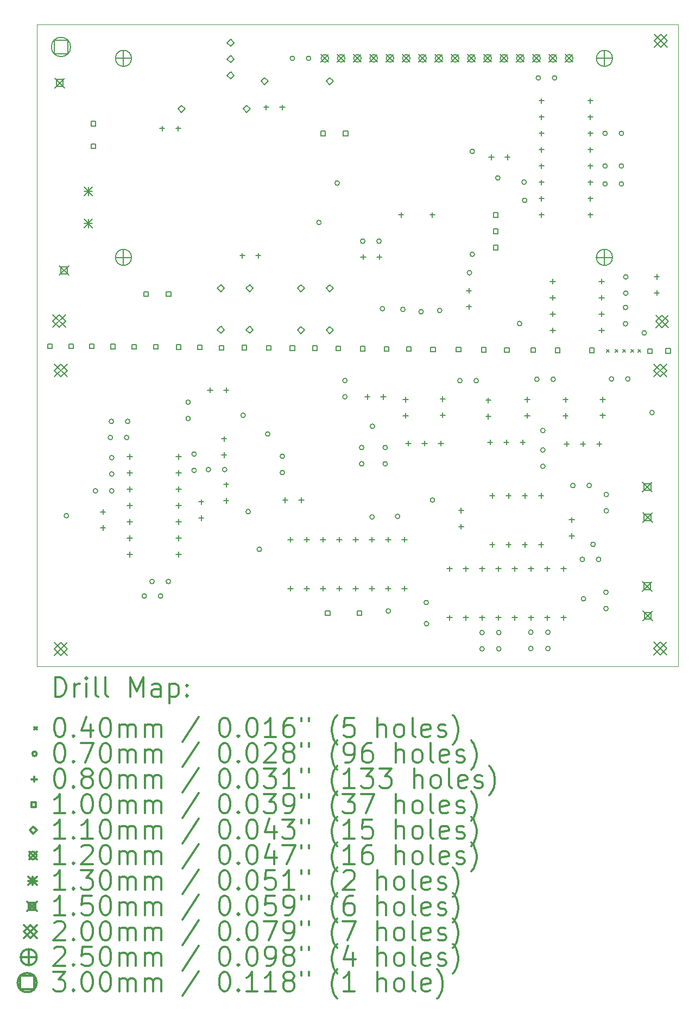
<source format=gbr>
%FSLAX45Y45*%
G04 Gerber Fmt 4.5, Leading zero omitted, Abs format (unit mm)*
G04 Created by KiCad (PCBNEW 5.1.8-5.1.8) date 2021-08-29 21:25:33*
%MOMM*%
%LPD*%
G01*
G04 APERTURE LIST*
%TA.AperFunction,Profile*%
%ADD10C,0.100000*%
%TD*%
%ADD11C,0.200000*%
%ADD12C,0.300000*%
G04 APERTURE END LIST*
D10*
X9000000Y-16000000D02*
X9000000Y-6000000D01*
X19000000Y-16000000D02*
X9000000Y-16000000D01*
X19000000Y-6000000D02*
X19000000Y-16000000D01*
X9000000Y-6000000D02*
X19000000Y-6000000D01*
D11*
X17879888Y-11061004D02*
X17919888Y-11101004D01*
X17919888Y-11061004D02*
X17879888Y-11101004D01*
X18013492Y-11062528D02*
X18053492Y-11102528D01*
X18053492Y-11062528D02*
X18013492Y-11102528D01*
X18135920Y-11064560D02*
X18175920Y-11104560D01*
X18175920Y-11064560D02*
X18135920Y-11104560D01*
X18263936Y-11065576D02*
X18303936Y-11105576D01*
X18303936Y-11065576D02*
X18263936Y-11105576D01*
X18374172Y-11066592D02*
X18414172Y-11106592D01*
X18414172Y-11066592D02*
X18374172Y-11106592D01*
X17000676Y-15467584D02*
G75*
G03*
X17000676Y-15467584I-35000J0D01*
G01*
X17000676Y-15721584D02*
G75*
G03*
X17000676Y-15721584I-35000J0D01*
G01*
X14655748Y-13662914D02*
G75*
G03*
X14655748Y-13662914I-35000J0D01*
G01*
X17891200Y-8483600D02*
G75*
G03*
X17891200Y-8483600I-35000J0D01*
G01*
X18145200Y-8483600D02*
G75*
G03*
X18145200Y-8483600I-35000J0D01*
G01*
X15973500Y-15471648D02*
G75*
G03*
X15973500Y-15471648I-35000J0D01*
G01*
X15973500Y-15725648D02*
G75*
G03*
X15973500Y-15725648I-35000J0D01*
G01*
X18624752Y-12045696D02*
G75*
G03*
X18624752Y-12045696I-35000J0D01*
G01*
X18502070Y-10804652D02*
G75*
G03*
X18502070Y-10804652I-35000J0D01*
G01*
X12325552Y-13589254D02*
G75*
G03*
X12325552Y-13589254I-35000J0D01*
G01*
X15627578Y-11548872D02*
G75*
G03*
X15627578Y-11548872I-35000J0D01*
G01*
X15881578Y-11548872D02*
G75*
G03*
X15881578Y-11548872I-35000J0D01*
G01*
X12248082Y-12088622D02*
G75*
G03*
X12248082Y-12088622I-35000J0D01*
G01*
X16234612Y-15471648D02*
G75*
G03*
X16234612Y-15471648I-35000J0D01*
G01*
X16234612Y-15725648D02*
G75*
G03*
X16234612Y-15725648I-35000J0D01*
G01*
X14462734Y-12590018D02*
G75*
G03*
X14462734Y-12590018I-35000J0D01*
G01*
X14462734Y-12844018D02*
G75*
G03*
X14462734Y-12844018I-35000J0D01*
G01*
X17891200Y-7696200D02*
G75*
G03*
X17891200Y-7696200I-35000J0D01*
G01*
X18145200Y-7696200D02*
G75*
G03*
X18145200Y-7696200I-35000J0D01*
G01*
X9944048Y-13264896D02*
G75*
G03*
X9944048Y-13264896I-35000J0D01*
G01*
X10198048Y-13264896D02*
G75*
G03*
X10198048Y-13264896I-35000J0D01*
G01*
X16627550Y-8454898D02*
G75*
G03*
X16627550Y-8454898I-35000J0D01*
G01*
X17390312Y-13182092D02*
G75*
G03*
X17390312Y-13182092I-35000J0D01*
G01*
X17644312Y-13182092D02*
G75*
G03*
X17644312Y-13182092I-35000J0D01*
G01*
X15776396Y-9866884D02*
G75*
G03*
X15776396Y-9866884I-35000J0D01*
G01*
X17704510Y-14098778D02*
G75*
G03*
X17704510Y-14098778I-35000J0D01*
G01*
X17537124Y-14331950D02*
G75*
G03*
X17537124Y-14331950I-35000J0D01*
G01*
X17791124Y-14331950D02*
G75*
G03*
X17791124Y-14331950I-35000J0D01*
G01*
X10193476Y-12182856D02*
G75*
G03*
X10193476Y-12182856I-35000J0D01*
G01*
X10447476Y-12182856D02*
G75*
G03*
X10447476Y-12182856I-35000J0D01*
G01*
X15102788Y-15004034D02*
G75*
G03*
X15102788Y-15004034I-35000J0D01*
G01*
X18209716Y-10407904D02*
G75*
G03*
X18209716Y-10407904I-35000J0D01*
G01*
X18209716Y-10661904D02*
G75*
G03*
X18209716Y-10661904I-35000J0D01*
G01*
X10177728Y-12433808D02*
G75*
G03*
X10177728Y-12433808I-35000J0D01*
G01*
X10431728Y-12433808D02*
G75*
G03*
X10431728Y-12433808I-35000J0D01*
G01*
X16920692Y-12628118D02*
G75*
G03*
X16920692Y-12628118I-35000J0D01*
G01*
X16920692Y-12882118D02*
G75*
G03*
X16920692Y-12882118I-35000J0D01*
G01*
X13714424Y-8469630D02*
G75*
G03*
X13714424Y-8469630I-35000J0D01*
G01*
X13430452Y-9084056D02*
G75*
G03*
X13430452Y-9084056I-35000J0D01*
G01*
X17992064Y-11522456D02*
G75*
G03*
X17992064Y-11522456I-35000J0D01*
G01*
X18246064Y-11522456D02*
G75*
G03*
X18246064Y-11522456I-35000J0D01*
G01*
X10827714Y-14675866D02*
G75*
G03*
X10827714Y-14675866I-35000J0D01*
G01*
X11081714Y-14675866D02*
G75*
G03*
X11081714Y-14675866I-35000J0D01*
G01*
X10198048Y-12748260D02*
G75*
G03*
X10198048Y-12748260I-35000J0D01*
G01*
X10198048Y-13002260D02*
G75*
G03*
X10198048Y-13002260I-35000J0D01*
G01*
X18214796Y-9931400D02*
G75*
G03*
X18214796Y-9931400I-35000J0D01*
G01*
X18214796Y-10185400D02*
G75*
G03*
X18214796Y-10185400I-35000J0D01*
G01*
X17891200Y-8204200D02*
G75*
G03*
X17891200Y-8204200I-35000J0D01*
G01*
X18145200Y-8204200D02*
G75*
G03*
X18145200Y-8204200I-35000J0D01*
G01*
X12629844Y-12378944D02*
G75*
G03*
X12629844Y-12378944I-35000J0D01*
G01*
X17555158Y-14945868D02*
G75*
G03*
X17555158Y-14945868I-35000J0D01*
G01*
X13835000Y-11546000D02*
G75*
G03*
X13835000Y-11546000I-35000J0D01*
G01*
X13835000Y-11800000D02*
G75*
G03*
X13835000Y-11800000I-35000J0D01*
G01*
X15820846Y-9578594D02*
G75*
G03*
X15820846Y-9578594I-35000J0D01*
G01*
X14511222Y-15136368D02*
G75*
G03*
X14511222Y-15136368I-35000J0D01*
G01*
X14263826Y-12259310D02*
G75*
G03*
X14263826Y-12259310I-35000J0D01*
G01*
X13014400Y-6527800D02*
G75*
G03*
X13014400Y-6527800I-35000J0D01*
G01*
X13268400Y-6527800D02*
G75*
G03*
X13268400Y-6527800I-35000J0D01*
G01*
X14095958Y-12589510D02*
G75*
G03*
X14095958Y-12589510I-35000J0D01*
G01*
X14095958Y-12843510D02*
G75*
G03*
X14095958Y-12843510I-35000J0D01*
G01*
X14257984Y-13671804D02*
G75*
G03*
X14257984Y-13671804I-35000J0D01*
G01*
X15200578Y-13408152D02*
G75*
G03*
X15200578Y-13408152I-35000J0D01*
G01*
X14739314Y-10437622D02*
G75*
G03*
X14739314Y-10437622I-35000J0D01*
G01*
X15022778Y-10474452D02*
G75*
G03*
X15022778Y-10474452I-35000J0D01*
G01*
X11482780Y-12691872D02*
G75*
G03*
X11482780Y-12691872I-35000J0D01*
G01*
X11482780Y-12945872D02*
G75*
G03*
X11482780Y-12945872I-35000J0D01*
G01*
X15106598Y-15334488D02*
G75*
G03*
X15106598Y-15334488I-35000J0D01*
G01*
X12860476Y-12725908D02*
G75*
G03*
X12860476Y-12725908I-35000J0D01*
G01*
X12860476Y-12979908D02*
G75*
G03*
X12860476Y-12979908I-35000J0D01*
G01*
X14420036Y-10426700D02*
G75*
G03*
X14420036Y-10426700I-35000J0D01*
G01*
X16558208Y-10659618D02*
G75*
G03*
X16558208Y-10659618I-35000J0D01*
G01*
X16849800Y-6832600D02*
G75*
G03*
X16849800Y-6832600I-35000J0D01*
G01*
X17103800Y-6832600D02*
G75*
G03*
X17103800Y-6832600I-35000J0D01*
G01*
X10706048Y-14902688D02*
G75*
G03*
X10706048Y-14902688I-35000J0D01*
G01*
X10960048Y-14902688D02*
G75*
G03*
X10960048Y-14902688I-35000J0D01*
G01*
X9491166Y-13651230D02*
G75*
G03*
X9491166Y-13651230I-35000J0D01*
G01*
X11706300Y-12932664D02*
G75*
G03*
X11706300Y-12932664I-35000J0D01*
G01*
X11960300Y-12932664D02*
G75*
G03*
X11960300Y-12932664I-35000J0D01*
G01*
X16218864Y-8390890D02*
G75*
G03*
X16218864Y-8390890I-35000J0D01*
G01*
X16922698Y-12324842D02*
G75*
G03*
X16922698Y-12324842I-35000J0D01*
G01*
X15820592Y-7976870D02*
G75*
G03*
X15820592Y-7976870I-35000J0D01*
G01*
X16828998Y-11525504D02*
G75*
G03*
X16828998Y-11525504I-35000J0D01*
G01*
X17082998Y-11525504D02*
G75*
G03*
X17082998Y-11525504I-35000J0D01*
G01*
X17905424Y-14843760D02*
G75*
G03*
X17905424Y-14843760I-35000J0D01*
G01*
X17905424Y-15097760D02*
G75*
G03*
X17905424Y-15097760I-35000J0D01*
G01*
X11390832Y-11884152D02*
G75*
G03*
X11390832Y-11884152I-35000J0D01*
G01*
X11390832Y-12138152D02*
G75*
G03*
X11390832Y-12138152I-35000J0D01*
G01*
X17911200Y-13321666D02*
G75*
G03*
X17911200Y-13321666I-35000J0D01*
G01*
X17911200Y-13575666D02*
G75*
G03*
X17911200Y-13575666I-35000J0D01*
G01*
X15312592Y-10454894D02*
G75*
G03*
X15312592Y-10454894I-35000J0D01*
G01*
X12500558Y-14174724D02*
G75*
G03*
X12500558Y-14174724I-35000J0D01*
G01*
X16733468Y-15467584D02*
G75*
G03*
X16733468Y-15467584I-35000J0D01*
G01*
X16733468Y-15721584D02*
G75*
G03*
X16733468Y-15721584I-35000J0D01*
G01*
X14112696Y-9375140D02*
G75*
G03*
X14112696Y-9375140I-35000J0D01*
G01*
X14366696Y-9375140D02*
G75*
G03*
X14366696Y-9375140I-35000J0D01*
G01*
X16637710Y-8739378D02*
G75*
G03*
X16637710Y-8739378I-35000J0D01*
G01*
X17338548Y-13676508D02*
X17338548Y-13756508D01*
X17298548Y-13716508D02*
X17378548Y-13716508D01*
X17338548Y-13926508D02*
X17338548Y-14006508D01*
X17298548Y-13966508D02*
X17378548Y-13966508D01*
X14789684Y-12483978D02*
X14789684Y-12563978D01*
X14749684Y-12523978D02*
X14829684Y-12523978D01*
X15043684Y-12483978D02*
X15043684Y-12563978D01*
X15003684Y-12523978D02*
X15083684Y-12523978D01*
X15297684Y-12483978D02*
X15297684Y-12563978D01*
X15257684Y-12523978D02*
X15337684Y-12523978D01*
X16036570Y-11812402D02*
X16036570Y-11892402D01*
X15996570Y-11852402D02*
X16076570Y-11852402D01*
X16036570Y-12062402D02*
X16036570Y-12142402D01*
X15996570Y-12102402D02*
X16076570Y-12102402D01*
X11915140Y-12413556D02*
X11915140Y-12493556D01*
X11875140Y-12453556D02*
X11955140Y-12453556D01*
X11915140Y-12663556D02*
X11915140Y-12743556D01*
X11875140Y-12703556D02*
X11955140Y-12703556D01*
X15433040Y-14438508D02*
X15433040Y-14518508D01*
X15393040Y-14478508D02*
X15473040Y-14478508D01*
X15433040Y-15200508D02*
X15433040Y-15280508D01*
X15393040Y-15240508D02*
X15473040Y-15240508D01*
X15687040Y-14438508D02*
X15687040Y-14518508D01*
X15647040Y-14478508D02*
X15727040Y-14478508D01*
X15687040Y-15200508D02*
X15687040Y-15280508D01*
X15647040Y-15240508D02*
X15727040Y-15240508D01*
X15941040Y-14438508D02*
X15941040Y-14518508D01*
X15901040Y-14478508D02*
X15981040Y-14478508D01*
X15941040Y-15200508D02*
X15941040Y-15280508D01*
X15901040Y-15240508D02*
X15981040Y-15240508D01*
X16195040Y-14438508D02*
X16195040Y-14518508D01*
X16155040Y-14478508D02*
X16235040Y-14478508D01*
X16195040Y-15200508D02*
X16195040Y-15280508D01*
X16155040Y-15240508D02*
X16235040Y-15240508D01*
X16449040Y-14438508D02*
X16449040Y-14518508D01*
X16409040Y-14478508D02*
X16489040Y-14478508D01*
X16449040Y-15200508D02*
X16449040Y-15280508D01*
X16409040Y-15240508D02*
X16489040Y-15240508D01*
X16703040Y-14438508D02*
X16703040Y-14518508D01*
X16663040Y-14478508D02*
X16743040Y-14478508D01*
X16703040Y-15200508D02*
X16703040Y-15280508D01*
X16663040Y-15240508D02*
X16743040Y-15240508D01*
X16957040Y-14438508D02*
X16957040Y-14518508D01*
X16917040Y-14478508D02*
X16997040Y-14478508D01*
X16957040Y-15200508D02*
X16957040Y-15280508D01*
X16917040Y-15240508D02*
X16997040Y-15240508D01*
X17211040Y-14438508D02*
X17211040Y-14518508D01*
X17171040Y-14478508D02*
X17251040Y-14478508D01*
X17211040Y-15200508D02*
X17211040Y-15280508D01*
X17171040Y-15240508D02*
X17251040Y-15240508D01*
X12200000Y-9560000D02*
X12200000Y-9640000D01*
X12160000Y-9600000D02*
X12240000Y-9600000D01*
X12450000Y-9560000D02*
X12450000Y-9640000D01*
X12410000Y-9600000D02*
X12490000Y-9600000D01*
X10027920Y-13550460D02*
X10027920Y-13630460D01*
X9987920Y-13590460D02*
X10067920Y-13590460D01*
X10027920Y-13800460D02*
X10027920Y-13880460D01*
X9987920Y-13840460D02*
X10067920Y-13840460D01*
X15324354Y-11794114D02*
X15324354Y-11874114D01*
X15284354Y-11834114D02*
X15364354Y-11834114D01*
X15324354Y-12044114D02*
X15324354Y-12124114D01*
X15284354Y-12084114D02*
X15364354Y-12084114D01*
X16064256Y-12468230D02*
X16064256Y-12548230D01*
X16024256Y-12508230D02*
X16104256Y-12508230D01*
X16318256Y-12468230D02*
X16318256Y-12548230D01*
X16278256Y-12508230D02*
X16358256Y-12508230D01*
X16572256Y-12468230D02*
X16572256Y-12548230D01*
X16532256Y-12508230D02*
X16612256Y-12508230D01*
X12870688Y-13368660D02*
X12870688Y-13448660D01*
X12830688Y-13408660D02*
X12910688Y-13408660D01*
X13120688Y-13368660D02*
X13120688Y-13448660D01*
X13080688Y-13408660D02*
X13160688Y-13408660D01*
X14150000Y-11760000D02*
X14150000Y-11840000D01*
X14110000Y-11800000D02*
X14190000Y-11800000D01*
X14400000Y-11760000D02*
X14400000Y-11840000D01*
X14360000Y-11800000D02*
X14440000Y-11800000D01*
X10444480Y-12689464D02*
X10444480Y-12769464D01*
X10404480Y-12729464D02*
X10484480Y-12729464D01*
X10444480Y-12943464D02*
X10444480Y-13023464D01*
X10404480Y-12983464D02*
X10484480Y-12983464D01*
X10444480Y-13197464D02*
X10444480Y-13277464D01*
X10404480Y-13237464D02*
X10484480Y-13237464D01*
X10444480Y-13451464D02*
X10444480Y-13531464D01*
X10404480Y-13491464D02*
X10484480Y-13491464D01*
X10444480Y-13705464D02*
X10444480Y-13785464D01*
X10404480Y-13745464D02*
X10484480Y-13745464D01*
X10444480Y-13959464D02*
X10444480Y-14039464D01*
X10404480Y-13999464D02*
X10484480Y-13999464D01*
X10444480Y-14213464D02*
X10444480Y-14293464D01*
X10404480Y-14253464D02*
X10484480Y-14253464D01*
X11206480Y-12689464D02*
X11206480Y-12769464D01*
X11166480Y-12729464D02*
X11246480Y-12729464D01*
X11206480Y-12943464D02*
X11206480Y-13023464D01*
X11166480Y-12983464D02*
X11246480Y-12983464D01*
X11206480Y-13197464D02*
X11206480Y-13277464D01*
X11166480Y-13237464D02*
X11246480Y-13237464D01*
X11206480Y-13451464D02*
X11206480Y-13531464D01*
X11166480Y-13491464D02*
X11246480Y-13491464D01*
X11206480Y-13705464D02*
X11206480Y-13785464D01*
X11166480Y-13745464D02*
X11246480Y-13745464D01*
X11206480Y-13959464D02*
X11206480Y-14039464D01*
X11166480Y-13999464D02*
X11246480Y-13999464D01*
X11206480Y-14213464D02*
X11206480Y-14293464D01*
X11166480Y-14253464D02*
X11246480Y-14253464D01*
X11949684Y-13124820D02*
X11949684Y-13204820D01*
X11909684Y-13164820D02*
X11989684Y-13164820D01*
X11949684Y-13374820D02*
X11949684Y-13454820D01*
X11909684Y-13414820D02*
X11989684Y-13414820D01*
X16098116Y-13301040D02*
X16098116Y-13381040D01*
X16058116Y-13341040D02*
X16138116Y-13341040D01*
X16098116Y-14063040D02*
X16098116Y-14143040D01*
X16058116Y-14103040D02*
X16138116Y-14103040D01*
X16352116Y-13301040D02*
X16352116Y-13381040D01*
X16312116Y-13341040D02*
X16392116Y-13341040D01*
X16352116Y-14063040D02*
X16352116Y-14143040D01*
X16312116Y-14103040D02*
X16392116Y-14103040D01*
X16606116Y-13301040D02*
X16606116Y-13381040D01*
X16566116Y-13341040D02*
X16646116Y-13341040D01*
X16606116Y-14063040D02*
X16606116Y-14143040D01*
X16566116Y-14103040D02*
X16646116Y-14103040D01*
X16860116Y-13301040D02*
X16860116Y-13381040D01*
X16820116Y-13341040D02*
X16900116Y-13341040D01*
X16860116Y-14063040D02*
X16860116Y-14143040D01*
X16820116Y-14103040D02*
X16900116Y-14103040D01*
X16085820Y-8026532D02*
X16085820Y-8106532D01*
X16045820Y-8066532D02*
X16125820Y-8066532D01*
X16335820Y-8026532D02*
X16335820Y-8106532D01*
X16295820Y-8066532D02*
X16375820Y-8066532D01*
X16865600Y-7148200D02*
X16865600Y-7228200D01*
X16825600Y-7188200D02*
X16905600Y-7188200D01*
X16865600Y-7402200D02*
X16865600Y-7482200D01*
X16825600Y-7442200D02*
X16905600Y-7442200D01*
X16865600Y-7656200D02*
X16865600Y-7736200D01*
X16825600Y-7696200D02*
X16905600Y-7696200D01*
X16865600Y-7910200D02*
X16865600Y-7990200D01*
X16825600Y-7950200D02*
X16905600Y-7950200D01*
X16865600Y-8164200D02*
X16865600Y-8244200D01*
X16825600Y-8204200D02*
X16905600Y-8204200D01*
X16865600Y-8418200D02*
X16865600Y-8498200D01*
X16825600Y-8458200D02*
X16905600Y-8458200D01*
X16865600Y-8672200D02*
X16865600Y-8752200D01*
X16825600Y-8712200D02*
X16905600Y-8712200D01*
X16865600Y-8926200D02*
X16865600Y-9006200D01*
X16825600Y-8966200D02*
X16905600Y-8966200D01*
X17627600Y-7148200D02*
X17627600Y-7228200D01*
X17587600Y-7188200D02*
X17667600Y-7188200D01*
X17627600Y-7402200D02*
X17627600Y-7482200D01*
X17587600Y-7442200D02*
X17667600Y-7442200D01*
X17627600Y-7656200D02*
X17627600Y-7736200D01*
X17587600Y-7696200D02*
X17667600Y-7696200D01*
X17627600Y-7910200D02*
X17627600Y-7990200D01*
X17587600Y-7950200D02*
X17667600Y-7950200D01*
X17627600Y-8164200D02*
X17627600Y-8244200D01*
X17587600Y-8204200D02*
X17667600Y-8204200D01*
X17627600Y-8418200D02*
X17627600Y-8498200D01*
X17587600Y-8458200D02*
X17667600Y-8458200D01*
X17627600Y-8672200D02*
X17627600Y-8752200D01*
X17587600Y-8712200D02*
X17667600Y-8712200D01*
X17627600Y-8926200D02*
X17627600Y-9006200D01*
X17587600Y-8966200D02*
X17667600Y-8966200D01*
X15612872Y-13530648D02*
X15612872Y-13610648D01*
X15572872Y-13570648D02*
X15652872Y-13570648D01*
X15612872Y-13780648D02*
X15612872Y-13860648D01*
X15572872Y-13820648D02*
X15652872Y-13820648D01*
X18664428Y-9888796D02*
X18664428Y-9968796D01*
X18624428Y-9928796D02*
X18704428Y-9928796D01*
X18664428Y-10138796D02*
X18664428Y-10218796D01*
X18624428Y-10178796D02*
X18704428Y-10178796D01*
X17039336Y-9961504D02*
X17039336Y-10041504D01*
X16999336Y-10001504D02*
X17079336Y-10001504D01*
X17039336Y-10215504D02*
X17039336Y-10295504D01*
X16999336Y-10255504D02*
X17079336Y-10255504D01*
X17039336Y-10469504D02*
X17039336Y-10549504D01*
X16999336Y-10509504D02*
X17079336Y-10509504D01*
X17039336Y-10723504D02*
X17039336Y-10803504D01*
X16999336Y-10763504D02*
X17079336Y-10763504D01*
X17801336Y-9961504D02*
X17801336Y-10041504D01*
X17761336Y-10001504D02*
X17841336Y-10001504D01*
X17801336Y-10215504D02*
X17801336Y-10295504D01*
X17761336Y-10255504D02*
X17841336Y-10255504D01*
X17801336Y-10469504D02*
X17801336Y-10549504D01*
X17761336Y-10509504D02*
X17841336Y-10509504D01*
X17801336Y-10723504D02*
X17801336Y-10803504D01*
X17761336Y-10763504D02*
X17841336Y-10763504D01*
X10951400Y-7580000D02*
X10951400Y-7660000D01*
X10911400Y-7620000D02*
X10991400Y-7620000D01*
X11201400Y-7580000D02*
X11201400Y-7660000D01*
X11161400Y-7620000D02*
X11241400Y-7620000D01*
X12951460Y-13983848D02*
X12951460Y-14063848D01*
X12911460Y-14023848D02*
X12991460Y-14023848D01*
X12951460Y-14745848D02*
X12951460Y-14825848D01*
X12911460Y-14785848D02*
X12991460Y-14785848D01*
X13205460Y-13983848D02*
X13205460Y-14063848D01*
X13165460Y-14023848D02*
X13245460Y-14023848D01*
X13205460Y-14745848D02*
X13205460Y-14825848D01*
X13165460Y-14785848D02*
X13245460Y-14785848D01*
X13459460Y-13983848D02*
X13459460Y-14063848D01*
X13419460Y-14023848D02*
X13499460Y-14023848D01*
X13459460Y-14745848D02*
X13459460Y-14825848D01*
X13419460Y-14785848D02*
X13499460Y-14785848D01*
X13713460Y-13983848D02*
X13713460Y-14063848D01*
X13673460Y-14023848D02*
X13753460Y-14023848D01*
X13713460Y-14745848D02*
X13713460Y-14825848D01*
X13673460Y-14785848D02*
X13753460Y-14785848D01*
X13967460Y-13983848D02*
X13967460Y-14063848D01*
X13927460Y-14023848D02*
X14007460Y-14023848D01*
X13967460Y-14745848D02*
X13967460Y-14825848D01*
X13927460Y-14785848D02*
X14007460Y-14785848D01*
X14221460Y-13983848D02*
X14221460Y-14063848D01*
X14181460Y-14023848D02*
X14261460Y-14023848D01*
X14221460Y-14745848D02*
X14221460Y-14825848D01*
X14181460Y-14785848D02*
X14261460Y-14785848D01*
X14475460Y-13983848D02*
X14475460Y-14063848D01*
X14435460Y-14023848D02*
X14515460Y-14023848D01*
X14475460Y-14745848D02*
X14475460Y-14825848D01*
X14435460Y-14785848D02*
X14515460Y-14785848D01*
X14729460Y-13983848D02*
X14729460Y-14063848D01*
X14689460Y-14023848D02*
X14769460Y-14023848D01*
X14729460Y-14745848D02*
X14729460Y-14825848D01*
X14689460Y-14785848D02*
X14769460Y-14785848D01*
X17241546Y-11804782D02*
X17241546Y-11884782D01*
X17201546Y-11844782D02*
X17281546Y-11844782D01*
X17241546Y-12054782D02*
X17241546Y-12134782D01*
X17201546Y-12094782D02*
X17281546Y-12094782D01*
X11559032Y-13396790D02*
X11559032Y-13476790D01*
X11519032Y-13436790D02*
X11599032Y-13436790D01*
X11559032Y-13646790D02*
X11559032Y-13726790D01*
X11519032Y-13686790D02*
X11599032Y-13686790D01*
X11700256Y-11655176D02*
X11700256Y-11735176D01*
X11660256Y-11695176D02*
X11740256Y-11695176D01*
X11950256Y-11655176D02*
X11950256Y-11735176D01*
X11910256Y-11695176D02*
X11990256Y-11695176D01*
X16643630Y-11801988D02*
X16643630Y-11881988D01*
X16603630Y-11841988D02*
X16683630Y-11841988D01*
X16643630Y-12051988D02*
X16643630Y-12131988D01*
X16603630Y-12091988D02*
X16683630Y-12091988D01*
X17256786Y-12491852D02*
X17256786Y-12571852D01*
X17216786Y-12531852D02*
X17296786Y-12531852D01*
X17510786Y-12491852D02*
X17510786Y-12571852D01*
X17470786Y-12531852D02*
X17550786Y-12531852D01*
X17764786Y-12491852D02*
X17764786Y-12571852D01*
X17724786Y-12531852D02*
X17804786Y-12531852D01*
X15733268Y-10106220D02*
X15733268Y-10186220D01*
X15693268Y-10146220D02*
X15773268Y-10146220D01*
X15733268Y-10356220D02*
X15733268Y-10436220D01*
X15693268Y-10396220D02*
X15773268Y-10396220D01*
X17819142Y-11800210D02*
X17819142Y-11880210D01*
X17779142Y-11840210D02*
X17859142Y-11840210D01*
X17819142Y-12050210D02*
X17819142Y-12130210D01*
X17779142Y-12090210D02*
X17859142Y-12090210D01*
X12573000Y-7249800D02*
X12573000Y-7329800D01*
X12533000Y-7289800D02*
X12613000Y-7289800D01*
X12823000Y-7249800D02*
X12823000Y-7329800D01*
X12783000Y-7289800D02*
X12863000Y-7289800D01*
X14746250Y-11801988D02*
X14746250Y-11881988D01*
X14706250Y-11841988D02*
X14786250Y-11841988D01*
X14746250Y-12051988D02*
X14746250Y-12131988D01*
X14706250Y-12091988D02*
X14786250Y-12091988D01*
X14087348Y-9580504D02*
X14087348Y-9660504D01*
X14047348Y-9620504D02*
X14127348Y-9620504D01*
X14337348Y-9580504D02*
X14337348Y-9660504D01*
X14297348Y-9620504D02*
X14377348Y-9620504D01*
X14675800Y-8926200D02*
X14675800Y-9006200D01*
X14635800Y-8966200D02*
X14715800Y-8966200D01*
X15163800Y-8926200D02*
X15163800Y-9006200D01*
X15123800Y-8966200D02*
X15203800Y-8966200D01*
X9236252Y-11044732D02*
X9236252Y-10974020D01*
X9165540Y-10974020D01*
X9165540Y-11044732D01*
X9236252Y-11044732D01*
X9564420Y-11047780D02*
X9564420Y-10977068D01*
X9493708Y-10977068D01*
X9493708Y-11047780D01*
X9564420Y-11047780D01*
X9885476Y-11049812D02*
X9885476Y-10979100D01*
X9814764Y-10979100D01*
X9814764Y-11049812D01*
X9885476Y-11049812D01*
X10220248Y-11051844D02*
X10220248Y-10981132D01*
X10149536Y-10981132D01*
X10149536Y-11051844D01*
X10220248Y-11051844D01*
X10546892Y-11057432D02*
X10546892Y-10986720D01*
X10476180Y-10986720D01*
X10476180Y-11057432D01*
X10546892Y-11057432D01*
X10887252Y-11058448D02*
X10887252Y-10987736D01*
X10816540Y-10987736D01*
X10816540Y-11058448D01*
X10887252Y-11058448D01*
X11242344Y-11061496D02*
X11242344Y-10990784D01*
X11171632Y-10990784D01*
X11171632Y-11061496D01*
X11242344Y-11061496D01*
X11575592Y-11062512D02*
X11575592Y-10991800D01*
X11504880Y-10991800D01*
X11504880Y-11062512D01*
X11575592Y-11062512D01*
X11913412Y-11070640D02*
X11913412Y-10999928D01*
X11842700Y-10999928D01*
X11842700Y-11070640D01*
X11913412Y-11070640D01*
X12267996Y-11068100D02*
X12267996Y-10997388D01*
X12197284Y-10997388D01*
X12197284Y-11068100D01*
X12267996Y-11068100D01*
X12647472Y-11073688D02*
X12647472Y-11002976D01*
X12576760Y-11002976D01*
X12576760Y-11073688D01*
X12647472Y-11073688D01*
X13016280Y-11076228D02*
X13016280Y-11005516D01*
X12945568Y-11005516D01*
X12945568Y-11076228D01*
X13016280Y-11076228D01*
X13368832Y-11077752D02*
X13368832Y-11007040D01*
X13298120Y-11007040D01*
X13298120Y-11077752D01*
X13368832Y-11077752D01*
X13565428Y-15206776D02*
X13565428Y-15136064D01*
X13494716Y-15136064D01*
X13494716Y-15206776D01*
X13565428Y-15206776D01*
X13732052Y-11083848D02*
X13732052Y-11013136D01*
X13661340Y-11013136D01*
X13661340Y-11083848D01*
X13732052Y-11083848D01*
X14064284Y-15206776D02*
X14064284Y-15136064D01*
X13993572Y-15136064D01*
X13993572Y-15206776D01*
X14064284Y-15206776D01*
X14113052Y-11086388D02*
X14113052Y-11015676D01*
X14042340Y-11015676D01*
X14042340Y-11086388D01*
X14113052Y-11086388D01*
X14485924Y-11087912D02*
X14485924Y-11017200D01*
X14415212Y-11017200D01*
X14415212Y-11087912D01*
X14485924Y-11087912D01*
X14832380Y-11090960D02*
X14832380Y-11020248D01*
X14761668Y-11020248D01*
X14761668Y-11090960D01*
X14832380Y-11090960D01*
X15209316Y-11095532D02*
X15209316Y-11024820D01*
X15138604Y-11024820D01*
X15138604Y-11095532D01*
X15209316Y-11095532D01*
X15607080Y-11097056D02*
X15607080Y-11026344D01*
X15536368Y-11026344D01*
X15536368Y-11097056D01*
X15607080Y-11097056D01*
X16001288Y-11102644D02*
X16001288Y-11031932D01*
X15930576Y-11031932D01*
X15930576Y-11102644D01*
X16001288Y-11102644D01*
X16359428Y-11104168D02*
X16359428Y-11033456D01*
X16288716Y-11033456D01*
X16288716Y-11104168D01*
X16359428Y-11104168D01*
X16772432Y-11108232D02*
X16772432Y-11037520D01*
X16701720Y-11037520D01*
X16701720Y-11108232D01*
X16772432Y-11108232D01*
X17151400Y-11110772D02*
X17151400Y-11040060D01*
X17080688Y-11040060D01*
X17080688Y-11110772D01*
X17151400Y-11110772D01*
X17686324Y-11110772D02*
X17686324Y-11040060D01*
X17615612Y-11040060D01*
X17615612Y-11110772D01*
X17686324Y-11110772D01*
X18589040Y-11122964D02*
X18589040Y-11052252D01*
X18518328Y-11052252D01*
X18518328Y-11122964D01*
X18589040Y-11122964D01*
X18875044Y-11119916D02*
X18875044Y-11049204D01*
X18804332Y-11049204D01*
X18804332Y-11119916D01*
X18875044Y-11119916D01*
X9915956Y-7579156D02*
X9915956Y-7508444D01*
X9845244Y-7508444D01*
X9845244Y-7579156D01*
X9915956Y-7579156D01*
X9915956Y-7929156D02*
X9915956Y-7858444D01*
X9845244Y-7858444D01*
X9845244Y-7929156D01*
X9915956Y-7929156D01*
X10735356Y-10235356D02*
X10735356Y-10164644D01*
X10664644Y-10164644D01*
X10664644Y-10235356D01*
X10735356Y-10235356D01*
X11085356Y-10235356D02*
X11085356Y-10164644D01*
X11014644Y-10164644D01*
X11014644Y-10235356D01*
X11085356Y-10235356D01*
X16189756Y-9001556D02*
X16189756Y-8930844D01*
X16119044Y-8930844D01*
X16119044Y-9001556D01*
X16189756Y-9001556D01*
X16189756Y-9255556D02*
X16189756Y-9184844D01*
X16119044Y-9184844D01*
X16119044Y-9255556D01*
X16189756Y-9255556D01*
X16189756Y-9509556D02*
X16189756Y-9438844D01*
X16119044Y-9438844D01*
X16119044Y-9509556D01*
X16189756Y-9509556D01*
X13497356Y-7731556D02*
X13497356Y-7660844D01*
X13426644Y-7660844D01*
X13426644Y-7731556D01*
X13497356Y-7731556D01*
X13847356Y-7731556D02*
X13847356Y-7660844D01*
X13776644Y-7660844D01*
X13776644Y-7731556D01*
X13847356Y-7731556D01*
X11252200Y-7370200D02*
X11307200Y-7315200D01*
X11252200Y-7260200D01*
X11197200Y-7315200D01*
X11252200Y-7370200D01*
X12268200Y-7370200D02*
X12323200Y-7315200D01*
X12268200Y-7260200D01*
X12213200Y-7315200D01*
X12268200Y-7370200D01*
X12547600Y-6938400D02*
X12602600Y-6883400D01*
X12547600Y-6828400D01*
X12492600Y-6883400D01*
X12547600Y-6938400D01*
X13563600Y-6938400D02*
X13618600Y-6883400D01*
X13563600Y-6828400D01*
X13508600Y-6883400D01*
X13563600Y-6938400D01*
X11864936Y-10162408D02*
X11919936Y-10107408D01*
X11864936Y-10052408D01*
X11809936Y-10107408D01*
X11864936Y-10162408D01*
X11864936Y-10812408D02*
X11919936Y-10757408D01*
X11864936Y-10702408D01*
X11809936Y-10757408D01*
X11864936Y-10812408D01*
X12314936Y-10162408D02*
X12369936Y-10107408D01*
X12314936Y-10052408D01*
X12259936Y-10107408D01*
X12314936Y-10162408D01*
X12314936Y-10812408D02*
X12369936Y-10757408D01*
X12314936Y-10702408D01*
X12259936Y-10757408D01*
X12314936Y-10812408D01*
X13115036Y-10165216D02*
X13170036Y-10110216D01*
X13115036Y-10055216D01*
X13060036Y-10110216D01*
X13115036Y-10165216D01*
X13115036Y-10815216D02*
X13170036Y-10760216D01*
X13115036Y-10705216D01*
X13060036Y-10760216D01*
X13115036Y-10815216D01*
X13565036Y-10165216D02*
X13620036Y-10110216D01*
X13565036Y-10055216D01*
X13510036Y-10110216D01*
X13565036Y-10165216D01*
X13565036Y-10815216D02*
X13620036Y-10760216D01*
X13565036Y-10705216D01*
X13510036Y-10760216D01*
X13565036Y-10815216D01*
X12015978Y-6340738D02*
X12070978Y-6285738D01*
X12015978Y-6230738D01*
X11960978Y-6285738D01*
X12015978Y-6340738D01*
X12015978Y-6594738D02*
X12070978Y-6539738D01*
X12015978Y-6484738D01*
X11960978Y-6539738D01*
X12015978Y-6594738D01*
X12015978Y-6848738D02*
X12070978Y-6793738D01*
X12015978Y-6738738D01*
X11960978Y-6793738D01*
X12015978Y-6848738D01*
X13427400Y-6467800D02*
X13547400Y-6587800D01*
X13547400Y-6467800D02*
X13427400Y-6587800D01*
X13547400Y-6527800D02*
G75*
G03*
X13547400Y-6527800I-60000J0D01*
G01*
X13681400Y-6467800D02*
X13801400Y-6587800D01*
X13801400Y-6467800D02*
X13681400Y-6587800D01*
X13801400Y-6527800D02*
G75*
G03*
X13801400Y-6527800I-60000J0D01*
G01*
X13935400Y-6467800D02*
X14055400Y-6587800D01*
X14055400Y-6467800D02*
X13935400Y-6587800D01*
X14055400Y-6527800D02*
G75*
G03*
X14055400Y-6527800I-60000J0D01*
G01*
X14189400Y-6467800D02*
X14309400Y-6587800D01*
X14309400Y-6467800D02*
X14189400Y-6587800D01*
X14309400Y-6527800D02*
G75*
G03*
X14309400Y-6527800I-60000J0D01*
G01*
X14443400Y-6467800D02*
X14563400Y-6587800D01*
X14563400Y-6467800D02*
X14443400Y-6587800D01*
X14563400Y-6527800D02*
G75*
G03*
X14563400Y-6527800I-60000J0D01*
G01*
X14697400Y-6467800D02*
X14817400Y-6587800D01*
X14817400Y-6467800D02*
X14697400Y-6587800D01*
X14817400Y-6527800D02*
G75*
G03*
X14817400Y-6527800I-60000J0D01*
G01*
X14951400Y-6467800D02*
X15071400Y-6587800D01*
X15071400Y-6467800D02*
X14951400Y-6587800D01*
X15071400Y-6527800D02*
G75*
G03*
X15071400Y-6527800I-60000J0D01*
G01*
X15205400Y-6467800D02*
X15325400Y-6587800D01*
X15325400Y-6467800D02*
X15205400Y-6587800D01*
X15325400Y-6527800D02*
G75*
G03*
X15325400Y-6527800I-60000J0D01*
G01*
X15459400Y-6467800D02*
X15579400Y-6587800D01*
X15579400Y-6467800D02*
X15459400Y-6587800D01*
X15579400Y-6527800D02*
G75*
G03*
X15579400Y-6527800I-60000J0D01*
G01*
X15713400Y-6467800D02*
X15833400Y-6587800D01*
X15833400Y-6467800D02*
X15713400Y-6587800D01*
X15833400Y-6527800D02*
G75*
G03*
X15833400Y-6527800I-60000J0D01*
G01*
X15967400Y-6467800D02*
X16087400Y-6587800D01*
X16087400Y-6467800D02*
X15967400Y-6587800D01*
X16087400Y-6527800D02*
G75*
G03*
X16087400Y-6527800I-60000J0D01*
G01*
X16221400Y-6467800D02*
X16341400Y-6587800D01*
X16341400Y-6467800D02*
X16221400Y-6587800D01*
X16341400Y-6527800D02*
G75*
G03*
X16341400Y-6527800I-60000J0D01*
G01*
X16475400Y-6467800D02*
X16595400Y-6587800D01*
X16595400Y-6467800D02*
X16475400Y-6587800D01*
X16595400Y-6527800D02*
G75*
G03*
X16595400Y-6527800I-60000J0D01*
G01*
X16729400Y-6467800D02*
X16849400Y-6587800D01*
X16849400Y-6467800D02*
X16729400Y-6587800D01*
X16849400Y-6527800D02*
G75*
G03*
X16849400Y-6527800I-60000J0D01*
G01*
X16983400Y-6467800D02*
X17103400Y-6587800D01*
X17103400Y-6467800D02*
X16983400Y-6587800D01*
X17103400Y-6527800D02*
G75*
G03*
X17103400Y-6527800I-60000J0D01*
G01*
X17237400Y-6467800D02*
X17357400Y-6587800D01*
X17357400Y-6467800D02*
X17237400Y-6587800D01*
X17357400Y-6527800D02*
G75*
G03*
X17357400Y-6527800I-60000J0D01*
G01*
X9735000Y-8535000D02*
X9865000Y-8665000D01*
X9865000Y-8535000D02*
X9735000Y-8665000D01*
X9800000Y-8535000D02*
X9800000Y-8665000D01*
X9735000Y-8600000D02*
X9865000Y-8600000D01*
X9735000Y-9035000D02*
X9865000Y-9165000D01*
X9865000Y-9035000D02*
X9735000Y-9165000D01*
X9800000Y-9035000D02*
X9800000Y-9165000D01*
X9735000Y-9100000D02*
X9865000Y-9100000D01*
X18445664Y-15135536D02*
X18595664Y-15285536D01*
X18595664Y-15135536D02*
X18445664Y-15285536D01*
X18573698Y-15263569D02*
X18573698Y-15157502D01*
X18467631Y-15157502D01*
X18467631Y-15263569D01*
X18573698Y-15263569D01*
X18444902Y-13604424D02*
X18594902Y-13754424D01*
X18594902Y-13604424D02*
X18444902Y-13754424D01*
X18572936Y-13732457D02*
X18572936Y-13626390D01*
X18466869Y-13626390D01*
X18466869Y-13732457D01*
X18572936Y-13732457D01*
X18440838Y-14676304D02*
X18590838Y-14826304D01*
X18590838Y-14676304D02*
X18440838Y-14826304D01*
X18568872Y-14804337D02*
X18568872Y-14698270D01*
X18462805Y-14698270D01*
X18462805Y-14804337D01*
X18568872Y-14804337D01*
X9279312Y-6837102D02*
X9429312Y-6987102D01*
X9429312Y-6837102D02*
X9279312Y-6987102D01*
X9407346Y-6965135D02*
X9407346Y-6859068D01*
X9301279Y-6859068D01*
X9301279Y-6965135D01*
X9407346Y-6965135D01*
X9345098Y-9754800D02*
X9495098Y-9904800D01*
X9495098Y-9754800D02*
X9345098Y-9904800D01*
X9473132Y-9882834D02*
X9473132Y-9776767D01*
X9367065Y-9776767D01*
X9367065Y-9882834D01*
X9473132Y-9882834D01*
X18441600Y-13127920D02*
X18591600Y-13277920D01*
X18591600Y-13127920D02*
X18441600Y-13277920D01*
X18569634Y-13255953D02*
X18569634Y-13149886D01*
X18463567Y-13149886D01*
X18463567Y-13255953D01*
X18569634Y-13255953D01*
X9245168Y-10519740D02*
X9445168Y-10719740D01*
X9445168Y-10519740D02*
X9245168Y-10719740D01*
X9345168Y-10719740D02*
X9445168Y-10619740D01*
X9345168Y-10519740D01*
X9245168Y-10619740D01*
X9345168Y-10719740D01*
X9270568Y-11288852D02*
X9470568Y-11488852D01*
X9470568Y-11288852D02*
X9270568Y-11488852D01*
X9370568Y-11488852D02*
X9470568Y-11388852D01*
X9370568Y-11288852D01*
X9270568Y-11388852D01*
X9370568Y-11488852D01*
X9270568Y-15628188D02*
X9470568Y-15828188D01*
X9470568Y-15628188D02*
X9270568Y-15828188D01*
X9370568Y-15828188D02*
X9470568Y-15728188D01*
X9370568Y-15628188D01*
X9270568Y-15728188D01*
X9370568Y-15828188D01*
X18616752Y-11289360D02*
X18816752Y-11489360D01*
X18816752Y-11289360D02*
X18616752Y-11489360D01*
X18716752Y-11489360D02*
X18816752Y-11389360D01*
X18716752Y-11289360D01*
X18616752Y-11389360D01*
X18716752Y-11489360D01*
X18617260Y-15618536D02*
X18817260Y-15818536D01*
X18817260Y-15618536D02*
X18617260Y-15818536D01*
X18717260Y-15818536D02*
X18817260Y-15718536D01*
X18717260Y-15618536D01*
X18617260Y-15718536D01*
X18717260Y-15818536D01*
X18626912Y-6151448D02*
X18826912Y-6351448D01*
X18826912Y-6151448D02*
X18626912Y-6351448D01*
X18726912Y-6351448D02*
X18826912Y-6251448D01*
X18726912Y-6151448D01*
X18626912Y-6251448D01*
X18726912Y-6351448D01*
X18646216Y-10525836D02*
X18846216Y-10725836D01*
X18846216Y-10525836D02*
X18646216Y-10725836D01*
X18746216Y-10725836D02*
X18846216Y-10625836D01*
X18746216Y-10525836D01*
X18646216Y-10625836D01*
X18746216Y-10725836D01*
X10347400Y-6402800D02*
X10347400Y-6652800D01*
X10222400Y-6527800D02*
X10472400Y-6527800D01*
X10472400Y-6527800D02*
G75*
G03*
X10472400Y-6527800I-125000J0D01*
G01*
X10347452Y-9502870D02*
X10347452Y-9752870D01*
X10222452Y-9627870D02*
X10472452Y-9627870D01*
X10472452Y-9627870D02*
G75*
G03*
X10472452Y-9627870I-125000J0D01*
G01*
X17847310Y-6402800D02*
X17847310Y-6652800D01*
X17722310Y-6527800D02*
X17972310Y-6527800D01*
X17972310Y-6527800D02*
G75*
G03*
X17972310Y-6527800I-125000J0D01*
G01*
X17847310Y-9502870D02*
X17847310Y-9752870D01*
X17722310Y-9627870D02*
X17972310Y-9627870D01*
X17972310Y-9627870D02*
G75*
G03*
X17972310Y-9627870I-125000J0D01*
G01*
X9478667Y-6456067D02*
X9478667Y-6243933D01*
X9266533Y-6243933D01*
X9266533Y-6456067D01*
X9478667Y-6456067D01*
X9522600Y-6350000D02*
G75*
G03*
X9522600Y-6350000I-150000J0D01*
G01*
D12*
X9281428Y-16470714D02*
X9281428Y-16170714D01*
X9352857Y-16170714D01*
X9395714Y-16185000D01*
X9424286Y-16213571D01*
X9438571Y-16242143D01*
X9452857Y-16299286D01*
X9452857Y-16342143D01*
X9438571Y-16399286D01*
X9424286Y-16427857D01*
X9395714Y-16456429D01*
X9352857Y-16470714D01*
X9281428Y-16470714D01*
X9581428Y-16470714D02*
X9581428Y-16270714D01*
X9581428Y-16327857D02*
X9595714Y-16299286D01*
X9610000Y-16285000D01*
X9638571Y-16270714D01*
X9667143Y-16270714D01*
X9767143Y-16470714D02*
X9767143Y-16270714D01*
X9767143Y-16170714D02*
X9752857Y-16185000D01*
X9767143Y-16199286D01*
X9781428Y-16185000D01*
X9767143Y-16170714D01*
X9767143Y-16199286D01*
X9952857Y-16470714D02*
X9924286Y-16456429D01*
X9910000Y-16427857D01*
X9910000Y-16170714D01*
X10110000Y-16470714D02*
X10081428Y-16456429D01*
X10067143Y-16427857D01*
X10067143Y-16170714D01*
X10452857Y-16470714D02*
X10452857Y-16170714D01*
X10552857Y-16385000D01*
X10652857Y-16170714D01*
X10652857Y-16470714D01*
X10924286Y-16470714D02*
X10924286Y-16313571D01*
X10910000Y-16285000D01*
X10881428Y-16270714D01*
X10824286Y-16270714D01*
X10795714Y-16285000D01*
X10924286Y-16456429D02*
X10895714Y-16470714D01*
X10824286Y-16470714D01*
X10795714Y-16456429D01*
X10781428Y-16427857D01*
X10781428Y-16399286D01*
X10795714Y-16370714D01*
X10824286Y-16356429D01*
X10895714Y-16356429D01*
X10924286Y-16342143D01*
X11067143Y-16270714D02*
X11067143Y-16570714D01*
X11067143Y-16285000D02*
X11095714Y-16270714D01*
X11152857Y-16270714D01*
X11181428Y-16285000D01*
X11195714Y-16299286D01*
X11210000Y-16327857D01*
X11210000Y-16413571D01*
X11195714Y-16442143D01*
X11181428Y-16456429D01*
X11152857Y-16470714D01*
X11095714Y-16470714D01*
X11067143Y-16456429D01*
X11338571Y-16442143D02*
X11352857Y-16456429D01*
X11338571Y-16470714D01*
X11324286Y-16456429D01*
X11338571Y-16442143D01*
X11338571Y-16470714D01*
X11338571Y-16285000D02*
X11352857Y-16299286D01*
X11338571Y-16313571D01*
X11324286Y-16299286D01*
X11338571Y-16285000D01*
X11338571Y-16313571D01*
X8955000Y-16945000D02*
X8995000Y-16985000D01*
X8995000Y-16945000D02*
X8955000Y-16985000D01*
X9338571Y-16800714D02*
X9367143Y-16800714D01*
X9395714Y-16815000D01*
X9410000Y-16829286D01*
X9424286Y-16857857D01*
X9438571Y-16915000D01*
X9438571Y-16986429D01*
X9424286Y-17043572D01*
X9410000Y-17072143D01*
X9395714Y-17086429D01*
X9367143Y-17100714D01*
X9338571Y-17100714D01*
X9310000Y-17086429D01*
X9295714Y-17072143D01*
X9281428Y-17043572D01*
X9267143Y-16986429D01*
X9267143Y-16915000D01*
X9281428Y-16857857D01*
X9295714Y-16829286D01*
X9310000Y-16815000D01*
X9338571Y-16800714D01*
X9567143Y-17072143D02*
X9581428Y-17086429D01*
X9567143Y-17100714D01*
X9552857Y-17086429D01*
X9567143Y-17072143D01*
X9567143Y-17100714D01*
X9838571Y-16900714D02*
X9838571Y-17100714D01*
X9767143Y-16786429D02*
X9695714Y-17000714D01*
X9881428Y-17000714D01*
X10052857Y-16800714D02*
X10081428Y-16800714D01*
X10110000Y-16815000D01*
X10124286Y-16829286D01*
X10138571Y-16857857D01*
X10152857Y-16915000D01*
X10152857Y-16986429D01*
X10138571Y-17043572D01*
X10124286Y-17072143D01*
X10110000Y-17086429D01*
X10081428Y-17100714D01*
X10052857Y-17100714D01*
X10024286Y-17086429D01*
X10010000Y-17072143D01*
X9995714Y-17043572D01*
X9981428Y-16986429D01*
X9981428Y-16915000D01*
X9995714Y-16857857D01*
X10010000Y-16829286D01*
X10024286Y-16815000D01*
X10052857Y-16800714D01*
X10281428Y-17100714D02*
X10281428Y-16900714D01*
X10281428Y-16929286D02*
X10295714Y-16915000D01*
X10324286Y-16900714D01*
X10367143Y-16900714D01*
X10395714Y-16915000D01*
X10410000Y-16943572D01*
X10410000Y-17100714D01*
X10410000Y-16943572D02*
X10424286Y-16915000D01*
X10452857Y-16900714D01*
X10495714Y-16900714D01*
X10524286Y-16915000D01*
X10538571Y-16943572D01*
X10538571Y-17100714D01*
X10681428Y-17100714D02*
X10681428Y-16900714D01*
X10681428Y-16929286D02*
X10695714Y-16915000D01*
X10724286Y-16900714D01*
X10767143Y-16900714D01*
X10795714Y-16915000D01*
X10810000Y-16943572D01*
X10810000Y-17100714D01*
X10810000Y-16943572D02*
X10824286Y-16915000D01*
X10852857Y-16900714D01*
X10895714Y-16900714D01*
X10924286Y-16915000D01*
X10938571Y-16943572D01*
X10938571Y-17100714D01*
X11524286Y-16786429D02*
X11267143Y-17172143D01*
X11910000Y-16800714D02*
X11938571Y-16800714D01*
X11967143Y-16815000D01*
X11981428Y-16829286D01*
X11995714Y-16857857D01*
X12010000Y-16915000D01*
X12010000Y-16986429D01*
X11995714Y-17043572D01*
X11981428Y-17072143D01*
X11967143Y-17086429D01*
X11938571Y-17100714D01*
X11910000Y-17100714D01*
X11881428Y-17086429D01*
X11867143Y-17072143D01*
X11852857Y-17043572D01*
X11838571Y-16986429D01*
X11838571Y-16915000D01*
X11852857Y-16857857D01*
X11867143Y-16829286D01*
X11881428Y-16815000D01*
X11910000Y-16800714D01*
X12138571Y-17072143D02*
X12152857Y-17086429D01*
X12138571Y-17100714D01*
X12124286Y-17086429D01*
X12138571Y-17072143D01*
X12138571Y-17100714D01*
X12338571Y-16800714D02*
X12367143Y-16800714D01*
X12395714Y-16815000D01*
X12410000Y-16829286D01*
X12424286Y-16857857D01*
X12438571Y-16915000D01*
X12438571Y-16986429D01*
X12424286Y-17043572D01*
X12410000Y-17072143D01*
X12395714Y-17086429D01*
X12367143Y-17100714D01*
X12338571Y-17100714D01*
X12310000Y-17086429D01*
X12295714Y-17072143D01*
X12281428Y-17043572D01*
X12267143Y-16986429D01*
X12267143Y-16915000D01*
X12281428Y-16857857D01*
X12295714Y-16829286D01*
X12310000Y-16815000D01*
X12338571Y-16800714D01*
X12724286Y-17100714D02*
X12552857Y-17100714D01*
X12638571Y-17100714D02*
X12638571Y-16800714D01*
X12610000Y-16843572D01*
X12581428Y-16872143D01*
X12552857Y-16886429D01*
X12981428Y-16800714D02*
X12924286Y-16800714D01*
X12895714Y-16815000D01*
X12881428Y-16829286D01*
X12852857Y-16872143D01*
X12838571Y-16929286D01*
X12838571Y-17043572D01*
X12852857Y-17072143D01*
X12867143Y-17086429D01*
X12895714Y-17100714D01*
X12952857Y-17100714D01*
X12981428Y-17086429D01*
X12995714Y-17072143D01*
X13010000Y-17043572D01*
X13010000Y-16972143D01*
X12995714Y-16943572D01*
X12981428Y-16929286D01*
X12952857Y-16915000D01*
X12895714Y-16915000D01*
X12867143Y-16929286D01*
X12852857Y-16943572D01*
X12838571Y-16972143D01*
X13124286Y-16800714D02*
X13124286Y-16857857D01*
X13238571Y-16800714D02*
X13238571Y-16857857D01*
X13681428Y-17215000D02*
X13667143Y-17200714D01*
X13638571Y-17157857D01*
X13624286Y-17129286D01*
X13610000Y-17086429D01*
X13595714Y-17015000D01*
X13595714Y-16957857D01*
X13610000Y-16886429D01*
X13624286Y-16843572D01*
X13638571Y-16815000D01*
X13667143Y-16772143D01*
X13681428Y-16757857D01*
X13938571Y-16800714D02*
X13795714Y-16800714D01*
X13781428Y-16943572D01*
X13795714Y-16929286D01*
X13824286Y-16915000D01*
X13895714Y-16915000D01*
X13924286Y-16929286D01*
X13938571Y-16943572D01*
X13952857Y-16972143D01*
X13952857Y-17043572D01*
X13938571Y-17072143D01*
X13924286Y-17086429D01*
X13895714Y-17100714D01*
X13824286Y-17100714D01*
X13795714Y-17086429D01*
X13781428Y-17072143D01*
X14310000Y-17100714D02*
X14310000Y-16800714D01*
X14438571Y-17100714D02*
X14438571Y-16943572D01*
X14424286Y-16915000D01*
X14395714Y-16900714D01*
X14352857Y-16900714D01*
X14324286Y-16915000D01*
X14310000Y-16929286D01*
X14624286Y-17100714D02*
X14595714Y-17086429D01*
X14581428Y-17072143D01*
X14567143Y-17043572D01*
X14567143Y-16957857D01*
X14581428Y-16929286D01*
X14595714Y-16915000D01*
X14624286Y-16900714D01*
X14667143Y-16900714D01*
X14695714Y-16915000D01*
X14710000Y-16929286D01*
X14724286Y-16957857D01*
X14724286Y-17043572D01*
X14710000Y-17072143D01*
X14695714Y-17086429D01*
X14667143Y-17100714D01*
X14624286Y-17100714D01*
X14895714Y-17100714D02*
X14867143Y-17086429D01*
X14852857Y-17057857D01*
X14852857Y-16800714D01*
X15124286Y-17086429D02*
X15095714Y-17100714D01*
X15038571Y-17100714D01*
X15010000Y-17086429D01*
X14995714Y-17057857D01*
X14995714Y-16943572D01*
X15010000Y-16915000D01*
X15038571Y-16900714D01*
X15095714Y-16900714D01*
X15124286Y-16915000D01*
X15138571Y-16943572D01*
X15138571Y-16972143D01*
X14995714Y-17000714D01*
X15252857Y-17086429D02*
X15281428Y-17100714D01*
X15338571Y-17100714D01*
X15367143Y-17086429D01*
X15381428Y-17057857D01*
X15381428Y-17043572D01*
X15367143Y-17015000D01*
X15338571Y-17000714D01*
X15295714Y-17000714D01*
X15267143Y-16986429D01*
X15252857Y-16957857D01*
X15252857Y-16943572D01*
X15267143Y-16915000D01*
X15295714Y-16900714D01*
X15338571Y-16900714D01*
X15367143Y-16915000D01*
X15481428Y-17215000D02*
X15495714Y-17200714D01*
X15524286Y-17157857D01*
X15538571Y-17129286D01*
X15552857Y-17086429D01*
X15567143Y-17015000D01*
X15567143Y-16957857D01*
X15552857Y-16886429D01*
X15538571Y-16843572D01*
X15524286Y-16815000D01*
X15495714Y-16772143D01*
X15481428Y-16757857D01*
X8995000Y-17361000D02*
G75*
G03*
X8995000Y-17361000I-35000J0D01*
G01*
X9338571Y-17196714D02*
X9367143Y-17196714D01*
X9395714Y-17211000D01*
X9410000Y-17225286D01*
X9424286Y-17253857D01*
X9438571Y-17311000D01*
X9438571Y-17382429D01*
X9424286Y-17439572D01*
X9410000Y-17468143D01*
X9395714Y-17482429D01*
X9367143Y-17496714D01*
X9338571Y-17496714D01*
X9310000Y-17482429D01*
X9295714Y-17468143D01*
X9281428Y-17439572D01*
X9267143Y-17382429D01*
X9267143Y-17311000D01*
X9281428Y-17253857D01*
X9295714Y-17225286D01*
X9310000Y-17211000D01*
X9338571Y-17196714D01*
X9567143Y-17468143D02*
X9581428Y-17482429D01*
X9567143Y-17496714D01*
X9552857Y-17482429D01*
X9567143Y-17468143D01*
X9567143Y-17496714D01*
X9681428Y-17196714D02*
X9881428Y-17196714D01*
X9752857Y-17496714D01*
X10052857Y-17196714D02*
X10081428Y-17196714D01*
X10110000Y-17211000D01*
X10124286Y-17225286D01*
X10138571Y-17253857D01*
X10152857Y-17311000D01*
X10152857Y-17382429D01*
X10138571Y-17439572D01*
X10124286Y-17468143D01*
X10110000Y-17482429D01*
X10081428Y-17496714D01*
X10052857Y-17496714D01*
X10024286Y-17482429D01*
X10010000Y-17468143D01*
X9995714Y-17439572D01*
X9981428Y-17382429D01*
X9981428Y-17311000D01*
X9995714Y-17253857D01*
X10010000Y-17225286D01*
X10024286Y-17211000D01*
X10052857Y-17196714D01*
X10281428Y-17496714D02*
X10281428Y-17296714D01*
X10281428Y-17325286D02*
X10295714Y-17311000D01*
X10324286Y-17296714D01*
X10367143Y-17296714D01*
X10395714Y-17311000D01*
X10410000Y-17339572D01*
X10410000Y-17496714D01*
X10410000Y-17339572D02*
X10424286Y-17311000D01*
X10452857Y-17296714D01*
X10495714Y-17296714D01*
X10524286Y-17311000D01*
X10538571Y-17339572D01*
X10538571Y-17496714D01*
X10681428Y-17496714D02*
X10681428Y-17296714D01*
X10681428Y-17325286D02*
X10695714Y-17311000D01*
X10724286Y-17296714D01*
X10767143Y-17296714D01*
X10795714Y-17311000D01*
X10810000Y-17339572D01*
X10810000Y-17496714D01*
X10810000Y-17339572D02*
X10824286Y-17311000D01*
X10852857Y-17296714D01*
X10895714Y-17296714D01*
X10924286Y-17311000D01*
X10938571Y-17339572D01*
X10938571Y-17496714D01*
X11524286Y-17182429D02*
X11267143Y-17568143D01*
X11910000Y-17196714D02*
X11938571Y-17196714D01*
X11967143Y-17211000D01*
X11981428Y-17225286D01*
X11995714Y-17253857D01*
X12010000Y-17311000D01*
X12010000Y-17382429D01*
X11995714Y-17439572D01*
X11981428Y-17468143D01*
X11967143Y-17482429D01*
X11938571Y-17496714D01*
X11910000Y-17496714D01*
X11881428Y-17482429D01*
X11867143Y-17468143D01*
X11852857Y-17439572D01*
X11838571Y-17382429D01*
X11838571Y-17311000D01*
X11852857Y-17253857D01*
X11867143Y-17225286D01*
X11881428Y-17211000D01*
X11910000Y-17196714D01*
X12138571Y-17468143D02*
X12152857Y-17482429D01*
X12138571Y-17496714D01*
X12124286Y-17482429D01*
X12138571Y-17468143D01*
X12138571Y-17496714D01*
X12338571Y-17196714D02*
X12367143Y-17196714D01*
X12395714Y-17211000D01*
X12410000Y-17225286D01*
X12424286Y-17253857D01*
X12438571Y-17311000D01*
X12438571Y-17382429D01*
X12424286Y-17439572D01*
X12410000Y-17468143D01*
X12395714Y-17482429D01*
X12367143Y-17496714D01*
X12338571Y-17496714D01*
X12310000Y-17482429D01*
X12295714Y-17468143D01*
X12281428Y-17439572D01*
X12267143Y-17382429D01*
X12267143Y-17311000D01*
X12281428Y-17253857D01*
X12295714Y-17225286D01*
X12310000Y-17211000D01*
X12338571Y-17196714D01*
X12552857Y-17225286D02*
X12567143Y-17211000D01*
X12595714Y-17196714D01*
X12667143Y-17196714D01*
X12695714Y-17211000D01*
X12710000Y-17225286D01*
X12724286Y-17253857D01*
X12724286Y-17282429D01*
X12710000Y-17325286D01*
X12538571Y-17496714D01*
X12724286Y-17496714D01*
X12895714Y-17325286D02*
X12867143Y-17311000D01*
X12852857Y-17296714D01*
X12838571Y-17268143D01*
X12838571Y-17253857D01*
X12852857Y-17225286D01*
X12867143Y-17211000D01*
X12895714Y-17196714D01*
X12952857Y-17196714D01*
X12981428Y-17211000D01*
X12995714Y-17225286D01*
X13010000Y-17253857D01*
X13010000Y-17268143D01*
X12995714Y-17296714D01*
X12981428Y-17311000D01*
X12952857Y-17325286D01*
X12895714Y-17325286D01*
X12867143Y-17339572D01*
X12852857Y-17353857D01*
X12838571Y-17382429D01*
X12838571Y-17439572D01*
X12852857Y-17468143D01*
X12867143Y-17482429D01*
X12895714Y-17496714D01*
X12952857Y-17496714D01*
X12981428Y-17482429D01*
X12995714Y-17468143D01*
X13010000Y-17439572D01*
X13010000Y-17382429D01*
X12995714Y-17353857D01*
X12981428Y-17339572D01*
X12952857Y-17325286D01*
X13124286Y-17196714D02*
X13124286Y-17253857D01*
X13238571Y-17196714D02*
X13238571Y-17253857D01*
X13681428Y-17611000D02*
X13667143Y-17596714D01*
X13638571Y-17553857D01*
X13624286Y-17525286D01*
X13610000Y-17482429D01*
X13595714Y-17411000D01*
X13595714Y-17353857D01*
X13610000Y-17282429D01*
X13624286Y-17239572D01*
X13638571Y-17211000D01*
X13667143Y-17168143D01*
X13681428Y-17153857D01*
X13810000Y-17496714D02*
X13867143Y-17496714D01*
X13895714Y-17482429D01*
X13910000Y-17468143D01*
X13938571Y-17425286D01*
X13952857Y-17368143D01*
X13952857Y-17253857D01*
X13938571Y-17225286D01*
X13924286Y-17211000D01*
X13895714Y-17196714D01*
X13838571Y-17196714D01*
X13810000Y-17211000D01*
X13795714Y-17225286D01*
X13781428Y-17253857D01*
X13781428Y-17325286D01*
X13795714Y-17353857D01*
X13810000Y-17368143D01*
X13838571Y-17382429D01*
X13895714Y-17382429D01*
X13924286Y-17368143D01*
X13938571Y-17353857D01*
X13952857Y-17325286D01*
X14210000Y-17196714D02*
X14152857Y-17196714D01*
X14124286Y-17211000D01*
X14110000Y-17225286D01*
X14081428Y-17268143D01*
X14067143Y-17325286D01*
X14067143Y-17439572D01*
X14081428Y-17468143D01*
X14095714Y-17482429D01*
X14124286Y-17496714D01*
X14181428Y-17496714D01*
X14210000Y-17482429D01*
X14224286Y-17468143D01*
X14238571Y-17439572D01*
X14238571Y-17368143D01*
X14224286Y-17339572D01*
X14210000Y-17325286D01*
X14181428Y-17311000D01*
X14124286Y-17311000D01*
X14095714Y-17325286D01*
X14081428Y-17339572D01*
X14067143Y-17368143D01*
X14595714Y-17496714D02*
X14595714Y-17196714D01*
X14724286Y-17496714D02*
X14724286Y-17339572D01*
X14710000Y-17311000D01*
X14681428Y-17296714D01*
X14638571Y-17296714D01*
X14610000Y-17311000D01*
X14595714Y-17325286D01*
X14910000Y-17496714D02*
X14881428Y-17482429D01*
X14867143Y-17468143D01*
X14852857Y-17439572D01*
X14852857Y-17353857D01*
X14867143Y-17325286D01*
X14881428Y-17311000D01*
X14910000Y-17296714D01*
X14952857Y-17296714D01*
X14981428Y-17311000D01*
X14995714Y-17325286D01*
X15010000Y-17353857D01*
X15010000Y-17439572D01*
X14995714Y-17468143D01*
X14981428Y-17482429D01*
X14952857Y-17496714D01*
X14910000Y-17496714D01*
X15181428Y-17496714D02*
X15152857Y-17482429D01*
X15138571Y-17453857D01*
X15138571Y-17196714D01*
X15410000Y-17482429D02*
X15381428Y-17496714D01*
X15324286Y-17496714D01*
X15295714Y-17482429D01*
X15281428Y-17453857D01*
X15281428Y-17339572D01*
X15295714Y-17311000D01*
X15324286Y-17296714D01*
X15381428Y-17296714D01*
X15410000Y-17311000D01*
X15424286Y-17339572D01*
X15424286Y-17368143D01*
X15281428Y-17396714D01*
X15538571Y-17482429D02*
X15567143Y-17496714D01*
X15624286Y-17496714D01*
X15652857Y-17482429D01*
X15667143Y-17453857D01*
X15667143Y-17439572D01*
X15652857Y-17411000D01*
X15624286Y-17396714D01*
X15581428Y-17396714D01*
X15552857Y-17382429D01*
X15538571Y-17353857D01*
X15538571Y-17339572D01*
X15552857Y-17311000D01*
X15581428Y-17296714D01*
X15624286Y-17296714D01*
X15652857Y-17311000D01*
X15767143Y-17611000D02*
X15781428Y-17596714D01*
X15810000Y-17553857D01*
X15824286Y-17525286D01*
X15838571Y-17482429D01*
X15852857Y-17411000D01*
X15852857Y-17353857D01*
X15838571Y-17282429D01*
X15824286Y-17239572D01*
X15810000Y-17211000D01*
X15781428Y-17168143D01*
X15767143Y-17153857D01*
X8955000Y-17717000D02*
X8955000Y-17797000D01*
X8915000Y-17757000D02*
X8995000Y-17757000D01*
X9338571Y-17592714D02*
X9367143Y-17592714D01*
X9395714Y-17607000D01*
X9410000Y-17621286D01*
X9424286Y-17649857D01*
X9438571Y-17707000D01*
X9438571Y-17778429D01*
X9424286Y-17835572D01*
X9410000Y-17864143D01*
X9395714Y-17878429D01*
X9367143Y-17892714D01*
X9338571Y-17892714D01*
X9310000Y-17878429D01*
X9295714Y-17864143D01*
X9281428Y-17835572D01*
X9267143Y-17778429D01*
X9267143Y-17707000D01*
X9281428Y-17649857D01*
X9295714Y-17621286D01*
X9310000Y-17607000D01*
X9338571Y-17592714D01*
X9567143Y-17864143D02*
X9581428Y-17878429D01*
X9567143Y-17892714D01*
X9552857Y-17878429D01*
X9567143Y-17864143D01*
X9567143Y-17892714D01*
X9752857Y-17721286D02*
X9724286Y-17707000D01*
X9710000Y-17692714D01*
X9695714Y-17664143D01*
X9695714Y-17649857D01*
X9710000Y-17621286D01*
X9724286Y-17607000D01*
X9752857Y-17592714D01*
X9810000Y-17592714D01*
X9838571Y-17607000D01*
X9852857Y-17621286D01*
X9867143Y-17649857D01*
X9867143Y-17664143D01*
X9852857Y-17692714D01*
X9838571Y-17707000D01*
X9810000Y-17721286D01*
X9752857Y-17721286D01*
X9724286Y-17735572D01*
X9710000Y-17749857D01*
X9695714Y-17778429D01*
X9695714Y-17835572D01*
X9710000Y-17864143D01*
X9724286Y-17878429D01*
X9752857Y-17892714D01*
X9810000Y-17892714D01*
X9838571Y-17878429D01*
X9852857Y-17864143D01*
X9867143Y-17835572D01*
X9867143Y-17778429D01*
X9852857Y-17749857D01*
X9838571Y-17735572D01*
X9810000Y-17721286D01*
X10052857Y-17592714D02*
X10081428Y-17592714D01*
X10110000Y-17607000D01*
X10124286Y-17621286D01*
X10138571Y-17649857D01*
X10152857Y-17707000D01*
X10152857Y-17778429D01*
X10138571Y-17835572D01*
X10124286Y-17864143D01*
X10110000Y-17878429D01*
X10081428Y-17892714D01*
X10052857Y-17892714D01*
X10024286Y-17878429D01*
X10010000Y-17864143D01*
X9995714Y-17835572D01*
X9981428Y-17778429D01*
X9981428Y-17707000D01*
X9995714Y-17649857D01*
X10010000Y-17621286D01*
X10024286Y-17607000D01*
X10052857Y-17592714D01*
X10281428Y-17892714D02*
X10281428Y-17692714D01*
X10281428Y-17721286D02*
X10295714Y-17707000D01*
X10324286Y-17692714D01*
X10367143Y-17692714D01*
X10395714Y-17707000D01*
X10410000Y-17735572D01*
X10410000Y-17892714D01*
X10410000Y-17735572D02*
X10424286Y-17707000D01*
X10452857Y-17692714D01*
X10495714Y-17692714D01*
X10524286Y-17707000D01*
X10538571Y-17735572D01*
X10538571Y-17892714D01*
X10681428Y-17892714D02*
X10681428Y-17692714D01*
X10681428Y-17721286D02*
X10695714Y-17707000D01*
X10724286Y-17692714D01*
X10767143Y-17692714D01*
X10795714Y-17707000D01*
X10810000Y-17735572D01*
X10810000Y-17892714D01*
X10810000Y-17735572D02*
X10824286Y-17707000D01*
X10852857Y-17692714D01*
X10895714Y-17692714D01*
X10924286Y-17707000D01*
X10938571Y-17735572D01*
X10938571Y-17892714D01*
X11524286Y-17578429D02*
X11267143Y-17964143D01*
X11910000Y-17592714D02*
X11938571Y-17592714D01*
X11967143Y-17607000D01*
X11981428Y-17621286D01*
X11995714Y-17649857D01*
X12010000Y-17707000D01*
X12010000Y-17778429D01*
X11995714Y-17835572D01*
X11981428Y-17864143D01*
X11967143Y-17878429D01*
X11938571Y-17892714D01*
X11910000Y-17892714D01*
X11881428Y-17878429D01*
X11867143Y-17864143D01*
X11852857Y-17835572D01*
X11838571Y-17778429D01*
X11838571Y-17707000D01*
X11852857Y-17649857D01*
X11867143Y-17621286D01*
X11881428Y-17607000D01*
X11910000Y-17592714D01*
X12138571Y-17864143D02*
X12152857Y-17878429D01*
X12138571Y-17892714D01*
X12124286Y-17878429D01*
X12138571Y-17864143D01*
X12138571Y-17892714D01*
X12338571Y-17592714D02*
X12367143Y-17592714D01*
X12395714Y-17607000D01*
X12410000Y-17621286D01*
X12424286Y-17649857D01*
X12438571Y-17707000D01*
X12438571Y-17778429D01*
X12424286Y-17835572D01*
X12410000Y-17864143D01*
X12395714Y-17878429D01*
X12367143Y-17892714D01*
X12338571Y-17892714D01*
X12310000Y-17878429D01*
X12295714Y-17864143D01*
X12281428Y-17835572D01*
X12267143Y-17778429D01*
X12267143Y-17707000D01*
X12281428Y-17649857D01*
X12295714Y-17621286D01*
X12310000Y-17607000D01*
X12338571Y-17592714D01*
X12538571Y-17592714D02*
X12724286Y-17592714D01*
X12624286Y-17707000D01*
X12667143Y-17707000D01*
X12695714Y-17721286D01*
X12710000Y-17735572D01*
X12724286Y-17764143D01*
X12724286Y-17835572D01*
X12710000Y-17864143D01*
X12695714Y-17878429D01*
X12667143Y-17892714D01*
X12581428Y-17892714D01*
X12552857Y-17878429D01*
X12538571Y-17864143D01*
X13010000Y-17892714D02*
X12838571Y-17892714D01*
X12924286Y-17892714D02*
X12924286Y-17592714D01*
X12895714Y-17635572D01*
X12867143Y-17664143D01*
X12838571Y-17678429D01*
X13124286Y-17592714D02*
X13124286Y-17649857D01*
X13238571Y-17592714D02*
X13238571Y-17649857D01*
X13681428Y-18007000D02*
X13667143Y-17992714D01*
X13638571Y-17949857D01*
X13624286Y-17921286D01*
X13610000Y-17878429D01*
X13595714Y-17807000D01*
X13595714Y-17749857D01*
X13610000Y-17678429D01*
X13624286Y-17635572D01*
X13638571Y-17607000D01*
X13667143Y-17564143D01*
X13681428Y-17549857D01*
X13952857Y-17892714D02*
X13781428Y-17892714D01*
X13867143Y-17892714D02*
X13867143Y-17592714D01*
X13838571Y-17635572D01*
X13810000Y-17664143D01*
X13781428Y-17678429D01*
X14052857Y-17592714D02*
X14238571Y-17592714D01*
X14138571Y-17707000D01*
X14181428Y-17707000D01*
X14210000Y-17721286D01*
X14224286Y-17735572D01*
X14238571Y-17764143D01*
X14238571Y-17835572D01*
X14224286Y-17864143D01*
X14210000Y-17878429D01*
X14181428Y-17892714D01*
X14095714Y-17892714D01*
X14067143Y-17878429D01*
X14052857Y-17864143D01*
X14338571Y-17592714D02*
X14524286Y-17592714D01*
X14424286Y-17707000D01*
X14467143Y-17707000D01*
X14495714Y-17721286D01*
X14510000Y-17735572D01*
X14524286Y-17764143D01*
X14524286Y-17835572D01*
X14510000Y-17864143D01*
X14495714Y-17878429D01*
X14467143Y-17892714D01*
X14381428Y-17892714D01*
X14352857Y-17878429D01*
X14338571Y-17864143D01*
X14881428Y-17892714D02*
X14881428Y-17592714D01*
X15010000Y-17892714D02*
X15010000Y-17735572D01*
X14995714Y-17707000D01*
X14967143Y-17692714D01*
X14924286Y-17692714D01*
X14895714Y-17707000D01*
X14881428Y-17721286D01*
X15195714Y-17892714D02*
X15167143Y-17878429D01*
X15152857Y-17864143D01*
X15138571Y-17835572D01*
X15138571Y-17749857D01*
X15152857Y-17721286D01*
X15167143Y-17707000D01*
X15195714Y-17692714D01*
X15238571Y-17692714D01*
X15267143Y-17707000D01*
X15281428Y-17721286D01*
X15295714Y-17749857D01*
X15295714Y-17835572D01*
X15281428Y-17864143D01*
X15267143Y-17878429D01*
X15238571Y-17892714D01*
X15195714Y-17892714D01*
X15467143Y-17892714D02*
X15438571Y-17878429D01*
X15424286Y-17849857D01*
X15424286Y-17592714D01*
X15695714Y-17878429D02*
X15667143Y-17892714D01*
X15610000Y-17892714D01*
X15581428Y-17878429D01*
X15567143Y-17849857D01*
X15567143Y-17735572D01*
X15581428Y-17707000D01*
X15610000Y-17692714D01*
X15667143Y-17692714D01*
X15695714Y-17707000D01*
X15710000Y-17735572D01*
X15710000Y-17764143D01*
X15567143Y-17792714D01*
X15824286Y-17878429D02*
X15852857Y-17892714D01*
X15910000Y-17892714D01*
X15938571Y-17878429D01*
X15952857Y-17849857D01*
X15952857Y-17835572D01*
X15938571Y-17807000D01*
X15910000Y-17792714D01*
X15867143Y-17792714D01*
X15838571Y-17778429D01*
X15824286Y-17749857D01*
X15824286Y-17735572D01*
X15838571Y-17707000D01*
X15867143Y-17692714D01*
X15910000Y-17692714D01*
X15938571Y-17707000D01*
X16052857Y-18007000D02*
X16067143Y-17992714D01*
X16095714Y-17949857D01*
X16110000Y-17921286D01*
X16124286Y-17878429D01*
X16138571Y-17807000D01*
X16138571Y-17749857D01*
X16124286Y-17678429D01*
X16110000Y-17635572D01*
X16095714Y-17607000D01*
X16067143Y-17564143D01*
X16052857Y-17549857D01*
X8980356Y-18188356D02*
X8980356Y-18117644D01*
X8909644Y-18117644D01*
X8909644Y-18188356D01*
X8980356Y-18188356D01*
X9438571Y-18288714D02*
X9267143Y-18288714D01*
X9352857Y-18288714D02*
X9352857Y-17988714D01*
X9324286Y-18031572D01*
X9295714Y-18060143D01*
X9267143Y-18074429D01*
X9567143Y-18260143D02*
X9581428Y-18274429D01*
X9567143Y-18288714D01*
X9552857Y-18274429D01*
X9567143Y-18260143D01*
X9567143Y-18288714D01*
X9767143Y-17988714D02*
X9795714Y-17988714D01*
X9824286Y-18003000D01*
X9838571Y-18017286D01*
X9852857Y-18045857D01*
X9867143Y-18103000D01*
X9867143Y-18174429D01*
X9852857Y-18231572D01*
X9838571Y-18260143D01*
X9824286Y-18274429D01*
X9795714Y-18288714D01*
X9767143Y-18288714D01*
X9738571Y-18274429D01*
X9724286Y-18260143D01*
X9710000Y-18231572D01*
X9695714Y-18174429D01*
X9695714Y-18103000D01*
X9710000Y-18045857D01*
X9724286Y-18017286D01*
X9738571Y-18003000D01*
X9767143Y-17988714D01*
X10052857Y-17988714D02*
X10081428Y-17988714D01*
X10110000Y-18003000D01*
X10124286Y-18017286D01*
X10138571Y-18045857D01*
X10152857Y-18103000D01*
X10152857Y-18174429D01*
X10138571Y-18231572D01*
X10124286Y-18260143D01*
X10110000Y-18274429D01*
X10081428Y-18288714D01*
X10052857Y-18288714D01*
X10024286Y-18274429D01*
X10010000Y-18260143D01*
X9995714Y-18231572D01*
X9981428Y-18174429D01*
X9981428Y-18103000D01*
X9995714Y-18045857D01*
X10010000Y-18017286D01*
X10024286Y-18003000D01*
X10052857Y-17988714D01*
X10281428Y-18288714D02*
X10281428Y-18088714D01*
X10281428Y-18117286D02*
X10295714Y-18103000D01*
X10324286Y-18088714D01*
X10367143Y-18088714D01*
X10395714Y-18103000D01*
X10410000Y-18131572D01*
X10410000Y-18288714D01*
X10410000Y-18131572D02*
X10424286Y-18103000D01*
X10452857Y-18088714D01*
X10495714Y-18088714D01*
X10524286Y-18103000D01*
X10538571Y-18131572D01*
X10538571Y-18288714D01*
X10681428Y-18288714D02*
X10681428Y-18088714D01*
X10681428Y-18117286D02*
X10695714Y-18103000D01*
X10724286Y-18088714D01*
X10767143Y-18088714D01*
X10795714Y-18103000D01*
X10810000Y-18131572D01*
X10810000Y-18288714D01*
X10810000Y-18131572D02*
X10824286Y-18103000D01*
X10852857Y-18088714D01*
X10895714Y-18088714D01*
X10924286Y-18103000D01*
X10938571Y-18131572D01*
X10938571Y-18288714D01*
X11524286Y-17974429D02*
X11267143Y-18360143D01*
X11910000Y-17988714D02*
X11938571Y-17988714D01*
X11967143Y-18003000D01*
X11981428Y-18017286D01*
X11995714Y-18045857D01*
X12010000Y-18103000D01*
X12010000Y-18174429D01*
X11995714Y-18231572D01*
X11981428Y-18260143D01*
X11967143Y-18274429D01*
X11938571Y-18288714D01*
X11910000Y-18288714D01*
X11881428Y-18274429D01*
X11867143Y-18260143D01*
X11852857Y-18231572D01*
X11838571Y-18174429D01*
X11838571Y-18103000D01*
X11852857Y-18045857D01*
X11867143Y-18017286D01*
X11881428Y-18003000D01*
X11910000Y-17988714D01*
X12138571Y-18260143D02*
X12152857Y-18274429D01*
X12138571Y-18288714D01*
X12124286Y-18274429D01*
X12138571Y-18260143D01*
X12138571Y-18288714D01*
X12338571Y-17988714D02*
X12367143Y-17988714D01*
X12395714Y-18003000D01*
X12410000Y-18017286D01*
X12424286Y-18045857D01*
X12438571Y-18103000D01*
X12438571Y-18174429D01*
X12424286Y-18231572D01*
X12410000Y-18260143D01*
X12395714Y-18274429D01*
X12367143Y-18288714D01*
X12338571Y-18288714D01*
X12310000Y-18274429D01*
X12295714Y-18260143D01*
X12281428Y-18231572D01*
X12267143Y-18174429D01*
X12267143Y-18103000D01*
X12281428Y-18045857D01*
X12295714Y-18017286D01*
X12310000Y-18003000D01*
X12338571Y-17988714D01*
X12538571Y-17988714D02*
X12724286Y-17988714D01*
X12624286Y-18103000D01*
X12667143Y-18103000D01*
X12695714Y-18117286D01*
X12710000Y-18131572D01*
X12724286Y-18160143D01*
X12724286Y-18231572D01*
X12710000Y-18260143D01*
X12695714Y-18274429D01*
X12667143Y-18288714D01*
X12581428Y-18288714D01*
X12552857Y-18274429D01*
X12538571Y-18260143D01*
X12867143Y-18288714D02*
X12924286Y-18288714D01*
X12952857Y-18274429D01*
X12967143Y-18260143D01*
X12995714Y-18217286D01*
X13010000Y-18160143D01*
X13010000Y-18045857D01*
X12995714Y-18017286D01*
X12981428Y-18003000D01*
X12952857Y-17988714D01*
X12895714Y-17988714D01*
X12867143Y-18003000D01*
X12852857Y-18017286D01*
X12838571Y-18045857D01*
X12838571Y-18117286D01*
X12852857Y-18145857D01*
X12867143Y-18160143D01*
X12895714Y-18174429D01*
X12952857Y-18174429D01*
X12981428Y-18160143D01*
X12995714Y-18145857D01*
X13010000Y-18117286D01*
X13124286Y-17988714D02*
X13124286Y-18045857D01*
X13238571Y-17988714D02*
X13238571Y-18045857D01*
X13681428Y-18403000D02*
X13667143Y-18388714D01*
X13638571Y-18345857D01*
X13624286Y-18317286D01*
X13610000Y-18274429D01*
X13595714Y-18203000D01*
X13595714Y-18145857D01*
X13610000Y-18074429D01*
X13624286Y-18031572D01*
X13638571Y-18003000D01*
X13667143Y-17960143D01*
X13681428Y-17945857D01*
X13767143Y-17988714D02*
X13952857Y-17988714D01*
X13852857Y-18103000D01*
X13895714Y-18103000D01*
X13924286Y-18117286D01*
X13938571Y-18131572D01*
X13952857Y-18160143D01*
X13952857Y-18231572D01*
X13938571Y-18260143D01*
X13924286Y-18274429D01*
X13895714Y-18288714D01*
X13810000Y-18288714D01*
X13781428Y-18274429D01*
X13767143Y-18260143D01*
X14052857Y-17988714D02*
X14252857Y-17988714D01*
X14124286Y-18288714D01*
X14595714Y-18288714D02*
X14595714Y-17988714D01*
X14724286Y-18288714D02*
X14724286Y-18131572D01*
X14710000Y-18103000D01*
X14681428Y-18088714D01*
X14638571Y-18088714D01*
X14610000Y-18103000D01*
X14595714Y-18117286D01*
X14910000Y-18288714D02*
X14881428Y-18274429D01*
X14867143Y-18260143D01*
X14852857Y-18231572D01*
X14852857Y-18145857D01*
X14867143Y-18117286D01*
X14881428Y-18103000D01*
X14910000Y-18088714D01*
X14952857Y-18088714D01*
X14981428Y-18103000D01*
X14995714Y-18117286D01*
X15010000Y-18145857D01*
X15010000Y-18231572D01*
X14995714Y-18260143D01*
X14981428Y-18274429D01*
X14952857Y-18288714D01*
X14910000Y-18288714D01*
X15181428Y-18288714D02*
X15152857Y-18274429D01*
X15138571Y-18245857D01*
X15138571Y-17988714D01*
X15410000Y-18274429D02*
X15381428Y-18288714D01*
X15324286Y-18288714D01*
X15295714Y-18274429D01*
X15281428Y-18245857D01*
X15281428Y-18131572D01*
X15295714Y-18103000D01*
X15324286Y-18088714D01*
X15381428Y-18088714D01*
X15410000Y-18103000D01*
X15424286Y-18131572D01*
X15424286Y-18160143D01*
X15281428Y-18188714D01*
X15538571Y-18274429D02*
X15567143Y-18288714D01*
X15624286Y-18288714D01*
X15652857Y-18274429D01*
X15667143Y-18245857D01*
X15667143Y-18231572D01*
X15652857Y-18203000D01*
X15624286Y-18188714D01*
X15581428Y-18188714D01*
X15552857Y-18174429D01*
X15538571Y-18145857D01*
X15538571Y-18131572D01*
X15552857Y-18103000D01*
X15581428Y-18088714D01*
X15624286Y-18088714D01*
X15652857Y-18103000D01*
X15767143Y-18403000D02*
X15781428Y-18388714D01*
X15810000Y-18345857D01*
X15824286Y-18317286D01*
X15838571Y-18274429D01*
X15852857Y-18203000D01*
X15852857Y-18145857D01*
X15838571Y-18074429D01*
X15824286Y-18031572D01*
X15810000Y-18003000D01*
X15781428Y-17960143D01*
X15767143Y-17945857D01*
X8940000Y-18604000D02*
X8995000Y-18549000D01*
X8940000Y-18494000D01*
X8885000Y-18549000D01*
X8940000Y-18604000D01*
X9438571Y-18684714D02*
X9267143Y-18684714D01*
X9352857Y-18684714D02*
X9352857Y-18384714D01*
X9324286Y-18427572D01*
X9295714Y-18456143D01*
X9267143Y-18470429D01*
X9567143Y-18656143D02*
X9581428Y-18670429D01*
X9567143Y-18684714D01*
X9552857Y-18670429D01*
X9567143Y-18656143D01*
X9567143Y-18684714D01*
X9867143Y-18684714D02*
X9695714Y-18684714D01*
X9781428Y-18684714D02*
X9781428Y-18384714D01*
X9752857Y-18427572D01*
X9724286Y-18456143D01*
X9695714Y-18470429D01*
X10052857Y-18384714D02*
X10081428Y-18384714D01*
X10110000Y-18399000D01*
X10124286Y-18413286D01*
X10138571Y-18441857D01*
X10152857Y-18499000D01*
X10152857Y-18570429D01*
X10138571Y-18627572D01*
X10124286Y-18656143D01*
X10110000Y-18670429D01*
X10081428Y-18684714D01*
X10052857Y-18684714D01*
X10024286Y-18670429D01*
X10010000Y-18656143D01*
X9995714Y-18627572D01*
X9981428Y-18570429D01*
X9981428Y-18499000D01*
X9995714Y-18441857D01*
X10010000Y-18413286D01*
X10024286Y-18399000D01*
X10052857Y-18384714D01*
X10281428Y-18684714D02*
X10281428Y-18484714D01*
X10281428Y-18513286D02*
X10295714Y-18499000D01*
X10324286Y-18484714D01*
X10367143Y-18484714D01*
X10395714Y-18499000D01*
X10410000Y-18527572D01*
X10410000Y-18684714D01*
X10410000Y-18527572D02*
X10424286Y-18499000D01*
X10452857Y-18484714D01*
X10495714Y-18484714D01*
X10524286Y-18499000D01*
X10538571Y-18527572D01*
X10538571Y-18684714D01*
X10681428Y-18684714D02*
X10681428Y-18484714D01*
X10681428Y-18513286D02*
X10695714Y-18499000D01*
X10724286Y-18484714D01*
X10767143Y-18484714D01*
X10795714Y-18499000D01*
X10810000Y-18527572D01*
X10810000Y-18684714D01*
X10810000Y-18527572D02*
X10824286Y-18499000D01*
X10852857Y-18484714D01*
X10895714Y-18484714D01*
X10924286Y-18499000D01*
X10938571Y-18527572D01*
X10938571Y-18684714D01*
X11524286Y-18370429D02*
X11267143Y-18756143D01*
X11910000Y-18384714D02*
X11938571Y-18384714D01*
X11967143Y-18399000D01*
X11981428Y-18413286D01*
X11995714Y-18441857D01*
X12010000Y-18499000D01*
X12010000Y-18570429D01*
X11995714Y-18627572D01*
X11981428Y-18656143D01*
X11967143Y-18670429D01*
X11938571Y-18684714D01*
X11910000Y-18684714D01*
X11881428Y-18670429D01*
X11867143Y-18656143D01*
X11852857Y-18627572D01*
X11838571Y-18570429D01*
X11838571Y-18499000D01*
X11852857Y-18441857D01*
X11867143Y-18413286D01*
X11881428Y-18399000D01*
X11910000Y-18384714D01*
X12138571Y-18656143D02*
X12152857Y-18670429D01*
X12138571Y-18684714D01*
X12124286Y-18670429D01*
X12138571Y-18656143D01*
X12138571Y-18684714D01*
X12338571Y-18384714D02*
X12367143Y-18384714D01*
X12395714Y-18399000D01*
X12410000Y-18413286D01*
X12424286Y-18441857D01*
X12438571Y-18499000D01*
X12438571Y-18570429D01*
X12424286Y-18627572D01*
X12410000Y-18656143D01*
X12395714Y-18670429D01*
X12367143Y-18684714D01*
X12338571Y-18684714D01*
X12310000Y-18670429D01*
X12295714Y-18656143D01*
X12281428Y-18627572D01*
X12267143Y-18570429D01*
X12267143Y-18499000D01*
X12281428Y-18441857D01*
X12295714Y-18413286D01*
X12310000Y-18399000D01*
X12338571Y-18384714D01*
X12695714Y-18484714D02*
X12695714Y-18684714D01*
X12624286Y-18370429D02*
X12552857Y-18584714D01*
X12738571Y-18584714D01*
X12824286Y-18384714D02*
X13010000Y-18384714D01*
X12910000Y-18499000D01*
X12952857Y-18499000D01*
X12981428Y-18513286D01*
X12995714Y-18527572D01*
X13010000Y-18556143D01*
X13010000Y-18627572D01*
X12995714Y-18656143D01*
X12981428Y-18670429D01*
X12952857Y-18684714D01*
X12867143Y-18684714D01*
X12838571Y-18670429D01*
X12824286Y-18656143D01*
X13124286Y-18384714D02*
X13124286Y-18441857D01*
X13238571Y-18384714D02*
X13238571Y-18441857D01*
X13681428Y-18799000D02*
X13667143Y-18784714D01*
X13638571Y-18741857D01*
X13624286Y-18713286D01*
X13610000Y-18670429D01*
X13595714Y-18599000D01*
X13595714Y-18541857D01*
X13610000Y-18470429D01*
X13624286Y-18427572D01*
X13638571Y-18399000D01*
X13667143Y-18356143D01*
X13681428Y-18341857D01*
X13952857Y-18684714D02*
X13781428Y-18684714D01*
X13867143Y-18684714D02*
X13867143Y-18384714D01*
X13838571Y-18427572D01*
X13810000Y-18456143D01*
X13781428Y-18470429D01*
X14224286Y-18384714D02*
X14081428Y-18384714D01*
X14067143Y-18527572D01*
X14081428Y-18513286D01*
X14110000Y-18499000D01*
X14181428Y-18499000D01*
X14210000Y-18513286D01*
X14224286Y-18527572D01*
X14238571Y-18556143D01*
X14238571Y-18627572D01*
X14224286Y-18656143D01*
X14210000Y-18670429D01*
X14181428Y-18684714D01*
X14110000Y-18684714D01*
X14081428Y-18670429D01*
X14067143Y-18656143D01*
X14595714Y-18684714D02*
X14595714Y-18384714D01*
X14724286Y-18684714D02*
X14724286Y-18527572D01*
X14710000Y-18499000D01*
X14681428Y-18484714D01*
X14638571Y-18484714D01*
X14610000Y-18499000D01*
X14595714Y-18513286D01*
X14910000Y-18684714D02*
X14881428Y-18670429D01*
X14867143Y-18656143D01*
X14852857Y-18627572D01*
X14852857Y-18541857D01*
X14867143Y-18513286D01*
X14881428Y-18499000D01*
X14910000Y-18484714D01*
X14952857Y-18484714D01*
X14981428Y-18499000D01*
X14995714Y-18513286D01*
X15010000Y-18541857D01*
X15010000Y-18627572D01*
X14995714Y-18656143D01*
X14981428Y-18670429D01*
X14952857Y-18684714D01*
X14910000Y-18684714D01*
X15181428Y-18684714D02*
X15152857Y-18670429D01*
X15138571Y-18641857D01*
X15138571Y-18384714D01*
X15410000Y-18670429D02*
X15381428Y-18684714D01*
X15324286Y-18684714D01*
X15295714Y-18670429D01*
X15281428Y-18641857D01*
X15281428Y-18527572D01*
X15295714Y-18499000D01*
X15324286Y-18484714D01*
X15381428Y-18484714D01*
X15410000Y-18499000D01*
X15424286Y-18527572D01*
X15424286Y-18556143D01*
X15281428Y-18584714D01*
X15538571Y-18670429D02*
X15567143Y-18684714D01*
X15624286Y-18684714D01*
X15652857Y-18670429D01*
X15667143Y-18641857D01*
X15667143Y-18627572D01*
X15652857Y-18599000D01*
X15624286Y-18584714D01*
X15581428Y-18584714D01*
X15552857Y-18570429D01*
X15538571Y-18541857D01*
X15538571Y-18527572D01*
X15552857Y-18499000D01*
X15581428Y-18484714D01*
X15624286Y-18484714D01*
X15652857Y-18499000D01*
X15767143Y-18799000D02*
X15781428Y-18784714D01*
X15810000Y-18741857D01*
X15824286Y-18713286D01*
X15838571Y-18670429D01*
X15852857Y-18599000D01*
X15852857Y-18541857D01*
X15838571Y-18470429D01*
X15824286Y-18427572D01*
X15810000Y-18399000D01*
X15781428Y-18356143D01*
X15767143Y-18341857D01*
X8875000Y-18885000D02*
X8995000Y-19005000D01*
X8995000Y-18885000D02*
X8875000Y-19005000D01*
X8995000Y-18945000D02*
G75*
G03*
X8995000Y-18945000I-60000J0D01*
G01*
X9438571Y-19080714D02*
X9267143Y-19080714D01*
X9352857Y-19080714D02*
X9352857Y-18780714D01*
X9324286Y-18823572D01*
X9295714Y-18852143D01*
X9267143Y-18866429D01*
X9567143Y-19052143D02*
X9581428Y-19066429D01*
X9567143Y-19080714D01*
X9552857Y-19066429D01*
X9567143Y-19052143D01*
X9567143Y-19080714D01*
X9695714Y-18809286D02*
X9710000Y-18795000D01*
X9738571Y-18780714D01*
X9810000Y-18780714D01*
X9838571Y-18795000D01*
X9852857Y-18809286D01*
X9867143Y-18837857D01*
X9867143Y-18866429D01*
X9852857Y-18909286D01*
X9681428Y-19080714D01*
X9867143Y-19080714D01*
X10052857Y-18780714D02*
X10081428Y-18780714D01*
X10110000Y-18795000D01*
X10124286Y-18809286D01*
X10138571Y-18837857D01*
X10152857Y-18895000D01*
X10152857Y-18966429D01*
X10138571Y-19023572D01*
X10124286Y-19052143D01*
X10110000Y-19066429D01*
X10081428Y-19080714D01*
X10052857Y-19080714D01*
X10024286Y-19066429D01*
X10010000Y-19052143D01*
X9995714Y-19023572D01*
X9981428Y-18966429D01*
X9981428Y-18895000D01*
X9995714Y-18837857D01*
X10010000Y-18809286D01*
X10024286Y-18795000D01*
X10052857Y-18780714D01*
X10281428Y-19080714D02*
X10281428Y-18880714D01*
X10281428Y-18909286D02*
X10295714Y-18895000D01*
X10324286Y-18880714D01*
X10367143Y-18880714D01*
X10395714Y-18895000D01*
X10410000Y-18923572D01*
X10410000Y-19080714D01*
X10410000Y-18923572D02*
X10424286Y-18895000D01*
X10452857Y-18880714D01*
X10495714Y-18880714D01*
X10524286Y-18895000D01*
X10538571Y-18923572D01*
X10538571Y-19080714D01*
X10681428Y-19080714D02*
X10681428Y-18880714D01*
X10681428Y-18909286D02*
X10695714Y-18895000D01*
X10724286Y-18880714D01*
X10767143Y-18880714D01*
X10795714Y-18895000D01*
X10810000Y-18923572D01*
X10810000Y-19080714D01*
X10810000Y-18923572D02*
X10824286Y-18895000D01*
X10852857Y-18880714D01*
X10895714Y-18880714D01*
X10924286Y-18895000D01*
X10938571Y-18923572D01*
X10938571Y-19080714D01*
X11524286Y-18766429D02*
X11267143Y-19152143D01*
X11910000Y-18780714D02*
X11938571Y-18780714D01*
X11967143Y-18795000D01*
X11981428Y-18809286D01*
X11995714Y-18837857D01*
X12010000Y-18895000D01*
X12010000Y-18966429D01*
X11995714Y-19023572D01*
X11981428Y-19052143D01*
X11967143Y-19066429D01*
X11938571Y-19080714D01*
X11910000Y-19080714D01*
X11881428Y-19066429D01*
X11867143Y-19052143D01*
X11852857Y-19023572D01*
X11838571Y-18966429D01*
X11838571Y-18895000D01*
X11852857Y-18837857D01*
X11867143Y-18809286D01*
X11881428Y-18795000D01*
X11910000Y-18780714D01*
X12138571Y-19052143D02*
X12152857Y-19066429D01*
X12138571Y-19080714D01*
X12124286Y-19066429D01*
X12138571Y-19052143D01*
X12138571Y-19080714D01*
X12338571Y-18780714D02*
X12367143Y-18780714D01*
X12395714Y-18795000D01*
X12410000Y-18809286D01*
X12424286Y-18837857D01*
X12438571Y-18895000D01*
X12438571Y-18966429D01*
X12424286Y-19023572D01*
X12410000Y-19052143D01*
X12395714Y-19066429D01*
X12367143Y-19080714D01*
X12338571Y-19080714D01*
X12310000Y-19066429D01*
X12295714Y-19052143D01*
X12281428Y-19023572D01*
X12267143Y-18966429D01*
X12267143Y-18895000D01*
X12281428Y-18837857D01*
X12295714Y-18809286D01*
X12310000Y-18795000D01*
X12338571Y-18780714D01*
X12695714Y-18880714D02*
X12695714Y-19080714D01*
X12624286Y-18766429D02*
X12552857Y-18980714D01*
X12738571Y-18980714D01*
X12824286Y-18780714D02*
X13024286Y-18780714D01*
X12895714Y-19080714D01*
X13124286Y-18780714D02*
X13124286Y-18837857D01*
X13238571Y-18780714D02*
X13238571Y-18837857D01*
X13681428Y-19195000D02*
X13667143Y-19180714D01*
X13638571Y-19137857D01*
X13624286Y-19109286D01*
X13610000Y-19066429D01*
X13595714Y-18995000D01*
X13595714Y-18937857D01*
X13610000Y-18866429D01*
X13624286Y-18823572D01*
X13638571Y-18795000D01*
X13667143Y-18752143D01*
X13681428Y-18737857D01*
X13952857Y-19080714D02*
X13781428Y-19080714D01*
X13867143Y-19080714D02*
X13867143Y-18780714D01*
X13838571Y-18823572D01*
X13810000Y-18852143D01*
X13781428Y-18866429D01*
X14210000Y-18780714D02*
X14152857Y-18780714D01*
X14124286Y-18795000D01*
X14110000Y-18809286D01*
X14081428Y-18852143D01*
X14067143Y-18909286D01*
X14067143Y-19023572D01*
X14081428Y-19052143D01*
X14095714Y-19066429D01*
X14124286Y-19080714D01*
X14181428Y-19080714D01*
X14210000Y-19066429D01*
X14224286Y-19052143D01*
X14238571Y-19023572D01*
X14238571Y-18952143D01*
X14224286Y-18923572D01*
X14210000Y-18909286D01*
X14181428Y-18895000D01*
X14124286Y-18895000D01*
X14095714Y-18909286D01*
X14081428Y-18923572D01*
X14067143Y-18952143D01*
X14595714Y-19080714D02*
X14595714Y-18780714D01*
X14724286Y-19080714D02*
X14724286Y-18923572D01*
X14710000Y-18895000D01*
X14681428Y-18880714D01*
X14638571Y-18880714D01*
X14610000Y-18895000D01*
X14595714Y-18909286D01*
X14910000Y-19080714D02*
X14881428Y-19066429D01*
X14867143Y-19052143D01*
X14852857Y-19023572D01*
X14852857Y-18937857D01*
X14867143Y-18909286D01*
X14881428Y-18895000D01*
X14910000Y-18880714D01*
X14952857Y-18880714D01*
X14981428Y-18895000D01*
X14995714Y-18909286D01*
X15010000Y-18937857D01*
X15010000Y-19023572D01*
X14995714Y-19052143D01*
X14981428Y-19066429D01*
X14952857Y-19080714D01*
X14910000Y-19080714D01*
X15181428Y-19080714D02*
X15152857Y-19066429D01*
X15138571Y-19037857D01*
X15138571Y-18780714D01*
X15410000Y-19066429D02*
X15381428Y-19080714D01*
X15324286Y-19080714D01*
X15295714Y-19066429D01*
X15281428Y-19037857D01*
X15281428Y-18923572D01*
X15295714Y-18895000D01*
X15324286Y-18880714D01*
X15381428Y-18880714D01*
X15410000Y-18895000D01*
X15424286Y-18923572D01*
X15424286Y-18952143D01*
X15281428Y-18980714D01*
X15538571Y-19066429D02*
X15567143Y-19080714D01*
X15624286Y-19080714D01*
X15652857Y-19066429D01*
X15667143Y-19037857D01*
X15667143Y-19023572D01*
X15652857Y-18995000D01*
X15624286Y-18980714D01*
X15581428Y-18980714D01*
X15552857Y-18966429D01*
X15538571Y-18937857D01*
X15538571Y-18923572D01*
X15552857Y-18895000D01*
X15581428Y-18880714D01*
X15624286Y-18880714D01*
X15652857Y-18895000D01*
X15767143Y-19195000D02*
X15781428Y-19180714D01*
X15810000Y-19137857D01*
X15824286Y-19109286D01*
X15838571Y-19066429D01*
X15852857Y-18995000D01*
X15852857Y-18937857D01*
X15838571Y-18866429D01*
X15824286Y-18823572D01*
X15810000Y-18795000D01*
X15781428Y-18752143D01*
X15767143Y-18737857D01*
X8865000Y-19276000D02*
X8995000Y-19406000D01*
X8995000Y-19276000D02*
X8865000Y-19406000D01*
X8930000Y-19276000D02*
X8930000Y-19406000D01*
X8865000Y-19341000D02*
X8995000Y-19341000D01*
X9438571Y-19476714D02*
X9267143Y-19476714D01*
X9352857Y-19476714D02*
X9352857Y-19176714D01*
X9324286Y-19219572D01*
X9295714Y-19248143D01*
X9267143Y-19262429D01*
X9567143Y-19448143D02*
X9581428Y-19462429D01*
X9567143Y-19476714D01*
X9552857Y-19462429D01*
X9567143Y-19448143D01*
X9567143Y-19476714D01*
X9681428Y-19176714D02*
X9867143Y-19176714D01*
X9767143Y-19291000D01*
X9810000Y-19291000D01*
X9838571Y-19305286D01*
X9852857Y-19319572D01*
X9867143Y-19348143D01*
X9867143Y-19419572D01*
X9852857Y-19448143D01*
X9838571Y-19462429D01*
X9810000Y-19476714D01*
X9724286Y-19476714D01*
X9695714Y-19462429D01*
X9681428Y-19448143D01*
X10052857Y-19176714D02*
X10081428Y-19176714D01*
X10110000Y-19191000D01*
X10124286Y-19205286D01*
X10138571Y-19233857D01*
X10152857Y-19291000D01*
X10152857Y-19362429D01*
X10138571Y-19419572D01*
X10124286Y-19448143D01*
X10110000Y-19462429D01*
X10081428Y-19476714D01*
X10052857Y-19476714D01*
X10024286Y-19462429D01*
X10010000Y-19448143D01*
X9995714Y-19419572D01*
X9981428Y-19362429D01*
X9981428Y-19291000D01*
X9995714Y-19233857D01*
X10010000Y-19205286D01*
X10024286Y-19191000D01*
X10052857Y-19176714D01*
X10281428Y-19476714D02*
X10281428Y-19276714D01*
X10281428Y-19305286D02*
X10295714Y-19291000D01*
X10324286Y-19276714D01*
X10367143Y-19276714D01*
X10395714Y-19291000D01*
X10410000Y-19319572D01*
X10410000Y-19476714D01*
X10410000Y-19319572D02*
X10424286Y-19291000D01*
X10452857Y-19276714D01*
X10495714Y-19276714D01*
X10524286Y-19291000D01*
X10538571Y-19319572D01*
X10538571Y-19476714D01*
X10681428Y-19476714D02*
X10681428Y-19276714D01*
X10681428Y-19305286D02*
X10695714Y-19291000D01*
X10724286Y-19276714D01*
X10767143Y-19276714D01*
X10795714Y-19291000D01*
X10810000Y-19319572D01*
X10810000Y-19476714D01*
X10810000Y-19319572D02*
X10824286Y-19291000D01*
X10852857Y-19276714D01*
X10895714Y-19276714D01*
X10924286Y-19291000D01*
X10938571Y-19319572D01*
X10938571Y-19476714D01*
X11524286Y-19162429D02*
X11267143Y-19548143D01*
X11910000Y-19176714D02*
X11938571Y-19176714D01*
X11967143Y-19191000D01*
X11981428Y-19205286D01*
X11995714Y-19233857D01*
X12010000Y-19291000D01*
X12010000Y-19362429D01*
X11995714Y-19419572D01*
X11981428Y-19448143D01*
X11967143Y-19462429D01*
X11938571Y-19476714D01*
X11910000Y-19476714D01*
X11881428Y-19462429D01*
X11867143Y-19448143D01*
X11852857Y-19419572D01*
X11838571Y-19362429D01*
X11838571Y-19291000D01*
X11852857Y-19233857D01*
X11867143Y-19205286D01*
X11881428Y-19191000D01*
X11910000Y-19176714D01*
X12138571Y-19448143D02*
X12152857Y-19462429D01*
X12138571Y-19476714D01*
X12124286Y-19462429D01*
X12138571Y-19448143D01*
X12138571Y-19476714D01*
X12338571Y-19176714D02*
X12367143Y-19176714D01*
X12395714Y-19191000D01*
X12410000Y-19205286D01*
X12424286Y-19233857D01*
X12438571Y-19291000D01*
X12438571Y-19362429D01*
X12424286Y-19419572D01*
X12410000Y-19448143D01*
X12395714Y-19462429D01*
X12367143Y-19476714D01*
X12338571Y-19476714D01*
X12310000Y-19462429D01*
X12295714Y-19448143D01*
X12281428Y-19419572D01*
X12267143Y-19362429D01*
X12267143Y-19291000D01*
X12281428Y-19233857D01*
X12295714Y-19205286D01*
X12310000Y-19191000D01*
X12338571Y-19176714D01*
X12710000Y-19176714D02*
X12567143Y-19176714D01*
X12552857Y-19319572D01*
X12567143Y-19305286D01*
X12595714Y-19291000D01*
X12667143Y-19291000D01*
X12695714Y-19305286D01*
X12710000Y-19319572D01*
X12724286Y-19348143D01*
X12724286Y-19419572D01*
X12710000Y-19448143D01*
X12695714Y-19462429D01*
X12667143Y-19476714D01*
X12595714Y-19476714D01*
X12567143Y-19462429D01*
X12552857Y-19448143D01*
X13010000Y-19476714D02*
X12838571Y-19476714D01*
X12924286Y-19476714D02*
X12924286Y-19176714D01*
X12895714Y-19219572D01*
X12867143Y-19248143D01*
X12838571Y-19262429D01*
X13124286Y-19176714D02*
X13124286Y-19233857D01*
X13238571Y-19176714D02*
X13238571Y-19233857D01*
X13681428Y-19591000D02*
X13667143Y-19576714D01*
X13638571Y-19533857D01*
X13624286Y-19505286D01*
X13610000Y-19462429D01*
X13595714Y-19391000D01*
X13595714Y-19333857D01*
X13610000Y-19262429D01*
X13624286Y-19219572D01*
X13638571Y-19191000D01*
X13667143Y-19148143D01*
X13681428Y-19133857D01*
X13781428Y-19205286D02*
X13795714Y-19191000D01*
X13824286Y-19176714D01*
X13895714Y-19176714D01*
X13924286Y-19191000D01*
X13938571Y-19205286D01*
X13952857Y-19233857D01*
X13952857Y-19262429D01*
X13938571Y-19305286D01*
X13767143Y-19476714D01*
X13952857Y-19476714D01*
X14310000Y-19476714D02*
X14310000Y-19176714D01*
X14438571Y-19476714D02*
X14438571Y-19319572D01*
X14424286Y-19291000D01*
X14395714Y-19276714D01*
X14352857Y-19276714D01*
X14324286Y-19291000D01*
X14310000Y-19305286D01*
X14624286Y-19476714D02*
X14595714Y-19462429D01*
X14581428Y-19448143D01*
X14567143Y-19419572D01*
X14567143Y-19333857D01*
X14581428Y-19305286D01*
X14595714Y-19291000D01*
X14624286Y-19276714D01*
X14667143Y-19276714D01*
X14695714Y-19291000D01*
X14710000Y-19305286D01*
X14724286Y-19333857D01*
X14724286Y-19419572D01*
X14710000Y-19448143D01*
X14695714Y-19462429D01*
X14667143Y-19476714D01*
X14624286Y-19476714D01*
X14895714Y-19476714D02*
X14867143Y-19462429D01*
X14852857Y-19433857D01*
X14852857Y-19176714D01*
X15124286Y-19462429D02*
X15095714Y-19476714D01*
X15038571Y-19476714D01*
X15010000Y-19462429D01*
X14995714Y-19433857D01*
X14995714Y-19319572D01*
X15010000Y-19291000D01*
X15038571Y-19276714D01*
X15095714Y-19276714D01*
X15124286Y-19291000D01*
X15138571Y-19319572D01*
X15138571Y-19348143D01*
X14995714Y-19376714D01*
X15252857Y-19462429D02*
X15281428Y-19476714D01*
X15338571Y-19476714D01*
X15367143Y-19462429D01*
X15381428Y-19433857D01*
X15381428Y-19419572D01*
X15367143Y-19391000D01*
X15338571Y-19376714D01*
X15295714Y-19376714D01*
X15267143Y-19362429D01*
X15252857Y-19333857D01*
X15252857Y-19319572D01*
X15267143Y-19291000D01*
X15295714Y-19276714D01*
X15338571Y-19276714D01*
X15367143Y-19291000D01*
X15481428Y-19591000D02*
X15495714Y-19576714D01*
X15524286Y-19533857D01*
X15538571Y-19505286D01*
X15552857Y-19462429D01*
X15567143Y-19391000D01*
X15567143Y-19333857D01*
X15552857Y-19262429D01*
X15538571Y-19219572D01*
X15524286Y-19191000D01*
X15495714Y-19148143D01*
X15481428Y-19133857D01*
X8845000Y-19662000D02*
X8995000Y-19812000D01*
X8995000Y-19662000D02*
X8845000Y-19812000D01*
X8973033Y-19790034D02*
X8973033Y-19683967D01*
X8866966Y-19683967D01*
X8866966Y-19790034D01*
X8973033Y-19790034D01*
X9438571Y-19872714D02*
X9267143Y-19872714D01*
X9352857Y-19872714D02*
X9352857Y-19572714D01*
X9324286Y-19615572D01*
X9295714Y-19644143D01*
X9267143Y-19658429D01*
X9567143Y-19844143D02*
X9581428Y-19858429D01*
X9567143Y-19872714D01*
X9552857Y-19858429D01*
X9567143Y-19844143D01*
X9567143Y-19872714D01*
X9852857Y-19572714D02*
X9710000Y-19572714D01*
X9695714Y-19715572D01*
X9710000Y-19701286D01*
X9738571Y-19687000D01*
X9810000Y-19687000D01*
X9838571Y-19701286D01*
X9852857Y-19715572D01*
X9867143Y-19744143D01*
X9867143Y-19815572D01*
X9852857Y-19844143D01*
X9838571Y-19858429D01*
X9810000Y-19872714D01*
X9738571Y-19872714D01*
X9710000Y-19858429D01*
X9695714Y-19844143D01*
X10052857Y-19572714D02*
X10081428Y-19572714D01*
X10110000Y-19587000D01*
X10124286Y-19601286D01*
X10138571Y-19629857D01*
X10152857Y-19687000D01*
X10152857Y-19758429D01*
X10138571Y-19815572D01*
X10124286Y-19844143D01*
X10110000Y-19858429D01*
X10081428Y-19872714D01*
X10052857Y-19872714D01*
X10024286Y-19858429D01*
X10010000Y-19844143D01*
X9995714Y-19815572D01*
X9981428Y-19758429D01*
X9981428Y-19687000D01*
X9995714Y-19629857D01*
X10010000Y-19601286D01*
X10024286Y-19587000D01*
X10052857Y-19572714D01*
X10281428Y-19872714D02*
X10281428Y-19672714D01*
X10281428Y-19701286D02*
X10295714Y-19687000D01*
X10324286Y-19672714D01*
X10367143Y-19672714D01*
X10395714Y-19687000D01*
X10410000Y-19715572D01*
X10410000Y-19872714D01*
X10410000Y-19715572D02*
X10424286Y-19687000D01*
X10452857Y-19672714D01*
X10495714Y-19672714D01*
X10524286Y-19687000D01*
X10538571Y-19715572D01*
X10538571Y-19872714D01*
X10681428Y-19872714D02*
X10681428Y-19672714D01*
X10681428Y-19701286D02*
X10695714Y-19687000D01*
X10724286Y-19672714D01*
X10767143Y-19672714D01*
X10795714Y-19687000D01*
X10810000Y-19715572D01*
X10810000Y-19872714D01*
X10810000Y-19715572D02*
X10824286Y-19687000D01*
X10852857Y-19672714D01*
X10895714Y-19672714D01*
X10924286Y-19687000D01*
X10938571Y-19715572D01*
X10938571Y-19872714D01*
X11524286Y-19558429D02*
X11267143Y-19944143D01*
X11910000Y-19572714D02*
X11938571Y-19572714D01*
X11967143Y-19587000D01*
X11981428Y-19601286D01*
X11995714Y-19629857D01*
X12010000Y-19687000D01*
X12010000Y-19758429D01*
X11995714Y-19815572D01*
X11981428Y-19844143D01*
X11967143Y-19858429D01*
X11938571Y-19872714D01*
X11910000Y-19872714D01*
X11881428Y-19858429D01*
X11867143Y-19844143D01*
X11852857Y-19815572D01*
X11838571Y-19758429D01*
X11838571Y-19687000D01*
X11852857Y-19629857D01*
X11867143Y-19601286D01*
X11881428Y-19587000D01*
X11910000Y-19572714D01*
X12138571Y-19844143D02*
X12152857Y-19858429D01*
X12138571Y-19872714D01*
X12124286Y-19858429D01*
X12138571Y-19844143D01*
X12138571Y-19872714D01*
X12338571Y-19572714D02*
X12367143Y-19572714D01*
X12395714Y-19587000D01*
X12410000Y-19601286D01*
X12424286Y-19629857D01*
X12438571Y-19687000D01*
X12438571Y-19758429D01*
X12424286Y-19815572D01*
X12410000Y-19844143D01*
X12395714Y-19858429D01*
X12367143Y-19872714D01*
X12338571Y-19872714D01*
X12310000Y-19858429D01*
X12295714Y-19844143D01*
X12281428Y-19815572D01*
X12267143Y-19758429D01*
X12267143Y-19687000D01*
X12281428Y-19629857D01*
X12295714Y-19601286D01*
X12310000Y-19587000D01*
X12338571Y-19572714D01*
X12710000Y-19572714D02*
X12567143Y-19572714D01*
X12552857Y-19715572D01*
X12567143Y-19701286D01*
X12595714Y-19687000D01*
X12667143Y-19687000D01*
X12695714Y-19701286D01*
X12710000Y-19715572D01*
X12724286Y-19744143D01*
X12724286Y-19815572D01*
X12710000Y-19844143D01*
X12695714Y-19858429D01*
X12667143Y-19872714D01*
X12595714Y-19872714D01*
X12567143Y-19858429D01*
X12552857Y-19844143D01*
X12867143Y-19872714D02*
X12924286Y-19872714D01*
X12952857Y-19858429D01*
X12967143Y-19844143D01*
X12995714Y-19801286D01*
X13010000Y-19744143D01*
X13010000Y-19629857D01*
X12995714Y-19601286D01*
X12981428Y-19587000D01*
X12952857Y-19572714D01*
X12895714Y-19572714D01*
X12867143Y-19587000D01*
X12852857Y-19601286D01*
X12838571Y-19629857D01*
X12838571Y-19701286D01*
X12852857Y-19729857D01*
X12867143Y-19744143D01*
X12895714Y-19758429D01*
X12952857Y-19758429D01*
X12981428Y-19744143D01*
X12995714Y-19729857D01*
X13010000Y-19701286D01*
X13124286Y-19572714D02*
X13124286Y-19629857D01*
X13238571Y-19572714D02*
X13238571Y-19629857D01*
X13681428Y-19987000D02*
X13667143Y-19972714D01*
X13638571Y-19929857D01*
X13624286Y-19901286D01*
X13610000Y-19858429D01*
X13595714Y-19787000D01*
X13595714Y-19729857D01*
X13610000Y-19658429D01*
X13624286Y-19615572D01*
X13638571Y-19587000D01*
X13667143Y-19544143D01*
X13681428Y-19529857D01*
X13924286Y-19572714D02*
X13867143Y-19572714D01*
X13838571Y-19587000D01*
X13824286Y-19601286D01*
X13795714Y-19644143D01*
X13781428Y-19701286D01*
X13781428Y-19815572D01*
X13795714Y-19844143D01*
X13810000Y-19858429D01*
X13838571Y-19872714D01*
X13895714Y-19872714D01*
X13924286Y-19858429D01*
X13938571Y-19844143D01*
X13952857Y-19815572D01*
X13952857Y-19744143D01*
X13938571Y-19715572D01*
X13924286Y-19701286D01*
X13895714Y-19687000D01*
X13838571Y-19687000D01*
X13810000Y-19701286D01*
X13795714Y-19715572D01*
X13781428Y-19744143D01*
X14310000Y-19872714D02*
X14310000Y-19572714D01*
X14438571Y-19872714D02*
X14438571Y-19715572D01*
X14424286Y-19687000D01*
X14395714Y-19672714D01*
X14352857Y-19672714D01*
X14324286Y-19687000D01*
X14310000Y-19701286D01*
X14624286Y-19872714D02*
X14595714Y-19858429D01*
X14581428Y-19844143D01*
X14567143Y-19815572D01*
X14567143Y-19729857D01*
X14581428Y-19701286D01*
X14595714Y-19687000D01*
X14624286Y-19672714D01*
X14667143Y-19672714D01*
X14695714Y-19687000D01*
X14710000Y-19701286D01*
X14724286Y-19729857D01*
X14724286Y-19815572D01*
X14710000Y-19844143D01*
X14695714Y-19858429D01*
X14667143Y-19872714D01*
X14624286Y-19872714D01*
X14895714Y-19872714D02*
X14867143Y-19858429D01*
X14852857Y-19829857D01*
X14852857Y-19572714D01*
X15124286Y-19858429D02*
X15095714Y-19872714D01*
X15038571Y-19872714D01*
X15010000Y-19858429D01*
X14995714Y-19829857D01*
X14995714Y-19715572D01*
X15010000Y-19687000D01*
X15038571Y-19672714D01*
X15095714Y-19672714D01*
X15124286Y-19687000D01*
X15138571Y-19715572D01*
X15138571Y-19744143D01*
X14995714Y-19772714D01*
X15252857Y-19858429D02*
X15281428Y-19872714D01*
X15338571Y-19872714D01*
X15367143Y-19858429D01*
X15381428Y-19829857D01*
X15381428Y-19815572D01*
X15367143Y-19787000D01*
X15338571Y-19772714D01*
X15295714Y-19772714D01*
X15267143Y-19758429D01*
X15252857Y-19729857D01*
X15252857Y-19715572D01*
X15267143Y-19687000D01*
X15295714Y-19672714D01*
X15338571Y-19672714D01*
X15367143Y-19687000D01*
X15481428Y-19987000D02*
X15495714Y-19972714D01*
X15524286Y-19929857D01*
X15538571Y-19901286D01*
X15552857Y-19858429D01*
X15567143Y-19787000D01*
X15567143Y-19729857D01*
X15552857Y-19658429D01*
X15538571Y-19615572D01*
X15524286Y-19587000D01*
X15495714Y-19544143D01*
X15481428Y-19529857D01*
X8795000Y-20033000D02*
X8995000Y-20233000D01*
X8995000Y-20033000D02*
X8795000Y-20233000D01*
X8895000Y-20233000D02*
X8995000Y-20133000D01*
X8895000Y-20033000D01*
X8795000Y-20133000D01*
X8895000Y-20233000D01*
X9267143Y-19997286D02*
X9281428Y-19983000D01*
X9310000Y-19968714D01*
X9381428Y-19968714D01*
X9410000Y-19983000D01*
X9424286Y-19997286D01*
X9438571Y-20025857D01*
X9438571Y-20054429D01*
X9424286Y-20097286D01*
X9252857Y-20268714D01*
X9438571Y-20268714D01*
X9567143Y-20240143D02*
X9581428Y-20254429D01*
X9567143Y-20268714D01*
X9552857Y-20254429D01*
X9567143Y-20240143D01*
X9567143Y-20268714D01*
X9767143Y-19968714D02*
X9795714Y-19968714D01*
X9824286Y-19983000D01*
X9838571Y-19997286D01*
X9852857Y-20025857D01*
X9867143Y-20083000D01*
X9867143Y-20154429D01*
X9852857Y-20211572D01*
X9838571Y-20240143D01*
X9824286Y-20254429D01*
X9795714Y-20268714D01*
X9767143Y-20268714D01*
X9738571Y-20254429D01*
X9724286Y-20240143D01*
X9710000Y-20211572D01*
X9695714Y-20154429D01*
X9695714Y-20083000D01*
X9710000Y-20025857D01*
X9724286Y-19997286D01*
X9738571Y-19983000D01*
X9767143Y-19968714D01*
X10052857Y-19968714D02*
X10081428Y-19968714D01*
X10110000Y-19983000D01*
X10124286Y-19997286D01*
X10138571Y-20025857D01*
X10152857Y-20083000D01*
X10152857Y-20154429D01*
X10138571Y-20211572D01*
X10124286Y-20240143D01*
X10110000Y-20254429D01*
X10081428Y-20268714D01*
X10052857Y-20268714D01*
X10024286Y-20254429D01*
X10010000Y-20240143D01*
X9995714Y-20211572D01*
X9981428Y-20154429D01*
X9981428Y-20083000D01*
X9995714Y-20025857D01*
X10010000Y-19997286D01*
X10024286Y-19983000D01*
X10052857Y-19968714D01*
X10281428Y-20268714D02*
X10281428Y-20068714D01*
X10281428Y-20097286D02*
X10295714Y-20083000D01*
X10324286Y-20068714D01*
X10367143Y-20068714D01*
X10395714Y-20083000D01*
X10410000Y-20111572D01*
X10410000Y-20268714D01*
X10410000Y-20111572D02*
X10424286Y-20083000D01*
X10452857Y-20068714D01*
X10495714Y-20068714D01*
X10524286Y-20083000D01*
X10538571Y-20111572D01*
X10538571Y-20268714D01*
X10681428Y-20268714D02*
X10681428Y-20068714D01*
X10681428Y-20097286D02*
X10695714Y-20083000D01*
X10724286Y-20068714D01*
X10767143Y-20068714D01*
X10795714Y-20083000D01*
X10810000Y-20111572D01*
X10810000Y-20268714D01*
X10810000Y-20111572D02*
X10824286Y-20083000D01*
X10852857Y-20068714D01*
X10895714Y-20068714D01*
X10924286Y-20083000D01*
X10938571Y-20111572D01*
X10938571Y-20268714D01*
X11524286Y-19954429D02*
X11267143Y-20340143D01*
X11910000Y-19968714D02*
X11938571Y-19968714D01*
X11967143Y-19983000D01*
X11981428Y-19997286D01*
X11995714Y-20025857D01*
X12010000Y-20083000D01*
X12010000Y-20154429D01*
X11995714Y-20211572D01*
X11981428Y-20240143D01*
X11967143Y-20254429D01*
X11938571Y-20268714D01*
X11910000Y-20268714D01*
X11881428Y-20254429D01*
X11867143Y-20240143D01*
X11852857Y-20211572D01*
X11838571Y-20154429D01*
X11838571Y-20083000D01*
X11852857Y-20025857D01*
X11867143Y-19997286D01*
X11881428Y-19983000D01*
X11910000Y-19968714D01*
X12138571Y-20240143D02*
X12152857Y-20254429D01*
X12138571Y-20268714D01*
X12124286Y-20254429D01*
X12138571Y-20240143D01*
X12138571Y-20268714D01*
X12338571Y-19968714D02*
X12367143Y-19968714D01*
X12395714Y-19983000D01*
X12410000Y-19997286D01*
X12424286Y-20025857D01*
X12438571Y-20083000D01*
X12438571Y-20154429D01*
X12424286Y-20211572D01*
X12410000Y-20240143D01*
X12395714Y-20254429D01*
X12367143Y-20268714D01*
X12338571Y-20268714D01*
X12310000Y-20254429D01*
X12295714Y-20240143D01*
X12281428Y-20211572D01*
X12267143Y-20154429D01*
X12267143Y-20083000D01*
X12281428Y-20025857D01*
X12295714Y-19997286D01*
X12310000Y-19983000D01*
X12338571Y-19968714D01*
X12538571Y-19968714D02*
X12738571Y-19968714D01*
X12610000Y-20268714D01*
X12867143Y-20268714D02*
X12924286Y-20268714D01*
X12952857Y-20254429D01*
X12967143Y-20240143D01*
X12995714Y-20197286D01*
X13010000Y-20140143D01*
X13010000Y-20025857D01*
X12995714Y-19997286D01*
X12981428Y-19983000D01*
X12952857Y-19968714D01*
X12895714Y-19968714D01*
X12867143Y-19983000D01*
X12852857Y-19997286D01*
X12838571Y-20025857D01*
X12838571Y-20097286D01*
X12852857Y-20125857D01*
X12867143Y-20140143D01*
X12895714Y-20154429D01*
X12952857Y-20154429D01*
X12981428Y-20140143D01*
X12995714Y-20125857D01*
X13010000Y-20097286D01*
X13124286Y-19968714D02*
X13124286Y-20025857D01*
X13238571Y-19968714D02*
X13238571Y-20025857D01*
X13681428Y-20383000D02*
X13667143Y-20368714D01*
X13638571Y-20325857D01*
X13624286Y-20297286D01*
X13610000Y-20254429D01*
X13595714Y-20183000D01*
X13595714Y-20125857D01*
X13610000Y-20054429D01*
X13624286Y-20011572D01*
X13638571Y-19983000D01*
X13667143Y-19940143D01*
X13681428Y-19925857D01*
X13767143Y-19968714D02*
X13967143Y-19968714D01*
X13838571Y-20268714D01*
X14310000Y-20268714D02*
X14310000Y-19968714D01*
X14438571Y-20268714D02*
X14438571Y-20111572D01*
X14424286Y-20083000D01*
X14395714Y-20068714D01*
X14352857Y-20068714D01*
X14324286Y-20083000D01*
X14310000Y-20097286D01*
X14624286Y-20268714D02*
X14595714Y-20254429D01*
X14581428Y-20240143D01*
X14567143Y-20211572D01*
X14567143Y-20125857D01*
X14581428Y-20097286D01*
X14595714Y-20083000D01*
X14624286Y-20068714D01*
X14667143Y-20068714D01*
X14695714Y-20083000D01*
X14710000Y-20097286D01*
X14724286Y-20125857D01*
X14724286Y-20211572D01*
X14710000Y-20240143D01*
X14695714Y-20254429D01*
X14667143Y-20268714D01*
X14624286Y-20268714D01*
X14895714Y-20268714D02*
X14867143Y-20254429D01*
X14852857Y-20225857D01*
X14852857Y-19968714D01*
X15124286Y-20254429D02*
X15095714Y-20268714D01*
X15038571Y-20268714D01*
X15010000Y-20254429D01*
X14995714Y-20225857D01*
X14995714Y-20111572D01*
X15010000Y-20083000D01*
X15038571Y-20068714D01*
X15095714Y-20068714D01*
X15124286Y-20083000D01*
X15138571Y-20111572D01*
X15138571Y-20140143D01*
X14995714Y-20168714D01*
X15252857Y-20254429D02*
X15281428Y-20268714D01*
X15338571Y-20268714D01*
X15367143Y-20254429D01*
X15381428Y-20225857D01*
X15381428Y-20211572D01*
X15367143Y-20183000D01*
X15338571Y-20168714D01*
X15295714Y-20168714D01*
X15267143Y-20154429D01*
X15252857Y-20125857D01*
X15252857Y-20111572D01*
X15267143Y-20083000D01*
X15295714Y-20068714D01*
X15338571Y-20068714D01*
X15367143Y-20083000D01*
X15481428Y-20383000D02*
X15495714Y-20368714D01*
X15524286Y-20325857D01*
X15538571Y-20297286D01*
X15552857Y-20254429D01*
X15567143Y-20183000D01*
X15567143Y-20125857D01*
X15552857Y-20054429D01*
X15538571Y-20011572D01*
X15524286Y-19983000D01*
X15495714Y-19940143D01*
X15481428Y-19925857D01*
X8870000Y-20404000D02*
X8870000Y-20654000D01*
X8745000Y-20529000D02*
X8995000Y-20529000D01*
X8995000Y-20529000D02*
G75*
G03*
X8995000Y-20529000I-125000J0D01*
G01*
X9267143Y-20393286D02*
X9281428Y-20379000D01*
X9310000Y-20364714D01*
X9381428Y-20364714D01*
X9410000Y-20379000D01*
X9424286Y-20393286D01*
X9438571Y-20421857D01*
X9438571Y-20450429D01*
X9424286Y-20493286D01*
X9252857Y-20664714D01*
X9438571Y-20664714D01*
X9567143Y-20636143D02*
X9581428Y-20650429D01*
X9567143Y-20664714D01*
X9552857Y-20650429D01*
X9567143Y-20636143D01*
X9567143Y-20664714D01*
X9852857Y-20364714D02*
X9710000Y-20364714D01*
X9695714Y-20507572D01*
X9710000Y-20493286D01*
X9738571Y-20479000D01*
X9810000Y-20479000D01*
X9838571Y-20493286D01*
X9852857Y-20507572D01*
X9867143Y-20536143D01*
X9867143Y-20607572D01*
X9852857Y-20636143D01*
X9838571Y-20650429D01*
X9810000Y-20664714D01*
X9738571Y-20664714D01*
X9710000Y-20650429D01*
X9695714Y-20636143D01*
X10052857Y-20364714D02*
X10081428Y-20364714D01*
X10110000Y-20379000D01*
X10124286Y-20393286D01*
X10138571Y-20421857D01*
X10152857Y-20479000D01*
X10152857Y-20550429D01*
X10138571Y-20607572D01*
X10124286Y-20636143D01*
X10110000Y-20650429D01*
X10081428Y-20664714D01*
X10052857Y-20664714D01*
X10024286Y-20650429D01*
X10010000Y-20636143D01*
X9995714Y-20607572D01*
X9981428Y-20550429D01*
X9981428Y-20479000D01*
X9995714Y-20421857D01*
X10010000Y-20393286D01*
X10024286Y-20379000D01*
X10052857Y-20364714D01*
X10281428Y-20664714D02*
X10281428Y-20464714D01*
X10281428Y-20493286D02*
X10295714Y-20479000D01*
X10324286Y-20464714D01*
X10367143Y-20464714D01*
X10395714Y-20479000D01*
X10410000Y-20507572D01*
X10410000Y-20664714D01*
X10410000Y-20507572D02*
X10424286Y-20479000D01*
X10452857Y-20464714D01*
X10495714Y-20464714D01*
X10524286Y-20479000D01*
X10538571Y-20507572D01*
X10538571Y-20664714D01*
X10681428Y-20664714D02*
X10681428Y-20464714D01*
X10681428Y-20493286D02*
X10695714Y-20479000D01*
X10724286Y-20464714D01*
X10767143Y-20464714D01*
X10795714Y-20479000D01*
X10810000Y-20507572D01*
X10810000Y-20664714D01*
X10810000Y-20507572D02*
X10824286Y-20479000D01*
X10852857Y-20464714D01*
X10895714Y-20464714D01*
X10924286Y-20479000D01*
X10938571Y-20507572D01*
X10938571Y-20664714D01*
X11524286Y-20350429D02*
X11267143Y-20736143D01*
X11910000Y-20364714D02*
X11938571Y-20364714D01*
X11967143Y-20379000D01*
X11981428Y-20393286D01*
X11995714Y-20421857D01*
X12010000Y-20479000D01*
X12010000Y-20550429D01*
X11995714Y-20607572D01*
X11981428Y-20636143D01*
X11967143Y-20650429D01*
X11938571Y-20664714D01*
X11910000Y-20664714D01*
X11881428Y-20650429D01*
X11867143Y-20636143D01*
X11852857Y-20607572D01*
X11838571Y-20550429D01*
X11838571Y-20479000D01*
X11852857Y-20421857D01*
X11867143Y-20393286D01*
X11881428Y-20379000D01*
X11910000Y-20364714D01*
X12138571Y-20636143D02*
X12152857Y-20650429D01*
X12138571Y-20664714D01*
X12124286Y-20650429D01*
X12138571Y-20636143D01*
X12138571Y-20664714D01*
X12338571Y-20364714D02*
X12367143Y-20364714D01*
X12395714Y-20379000D01*
X12410000Y-20393286D01*
X12424286Y-20421857D01*
X12438571Y-20479000D01*
X12438571Y-20550429D01*
X12424286Y-20607572D01*
X12410000Y-20636143D01*
X12395714Y-20650429D01*
X12367143Y-20664714D01*
X12338571Y-20664714D01*
X12310000Y-20650429D01*
X12295714Y-20636143D01*
X12281428Y-20607572D01*
X12267143Y-20550429D01*
X12267143Y-20479000D01*
X12281428Y-20421857D01*
X12295714Y-20393286D01*
X12310000Y-20379000D01*
X12338571Y-20364714D01*
X12581428Y-20664714D02*
X12638571Y-20664714D01*
X12667143Y-20650429D01*
X12681428Y-20636143D01*
X12710000Y-20593286D01*
X12724286Y-20536143D01*
X12724286Y-20421857D01*
X12710000Y-20393286D01*
X12695714Y-20379000D01*
X12667143Y-20364714D01*
X12610000Y-20364714D01*
X12581428Y-20379000D01*
X12567143Y-20393286D01*
X12552857Y-20421857D01*
X12552857Y-20493286D01*
X12567143Y-20521857D01*
X12581428Y-20536143D01*
X12610000Y-20550429D01*
X12667143Y-20550429D01*
X12695714Y-20536143D01*
X12710000Y-20521857D01*
X12724286Y-20493286D01*
X12895714Y-20493286D02*
X12867143Y-20479000D01*
X12852857Y-20464714D01*
X12838571Y-20436143D01*
X12838571Y-20421857D01*
X12852857Y-20393286D01*
X12867143Y-20379000D01*
X12895714Y-20364714D01*
X12952857Y-20364714D01*
X12981428Y-20379000D01*
X12995714Y-20393286D01*
X13010000Y-20421857D01*
X13010000Y-20436143D01*
X12995714Y-20464714D01*
X12981428Y-20479000D01*
X12952857Y-20493286D01*
X12895714Y-20493286D01*
X12867143Y-20507572D01*
X12852857Y-20521857D01*
X12838571Y-20550429D01*
X12838571Y-20607572D01*
X12852857Y-20636143D01*
X12867143Y-20650429D01*
X12895714Y-20664714D01*
X12952857Y-20664714D01*
X12981428Y-20650429D01*
X12995714Y-20636143D01*
X13010000Y-20607572D01*
X13010000Y-20550429D01*
X12995714Y-20521857D01*
X12981428Y-20507572D01*
X12952857Y-20493286D01*
X13124286Y-20364714D02*
X13124286Y-20421857D01*
X13238571Y-20364714D02*
X13238571Y-20421857D01*
X13681428Y-20779000D02*
X13667143Y-20764714D01*
X13638571Y-20721857D01*
X13624286Y-20693286D01*
X13610000Y-20650429D01*
X13595714Y-20579000D01*
X13595714Y-20521857D01*
X13610000Y-20450429D01*
X13624286Y-20407572D01*
X13638571Y-20379000D01*
X13667143Y-20336143D01*
X13681428Y-20321857D01*
X13924286Y-20464714D02*
X13924286Y-20664714D01*
X13852857Y-20350429D02*
X13781428Y-20564714D01*
X13967143Y-20564714D01*
X14310000Y-20664714D02*
X14310000Y-20364714D01*
X14438571Y-20664714D02*
X14438571Y-20507572D01*
X14424286Y-20479000D01*
X14395714Y-20464714D01*
X14352857Y-20464714D01*
X14324286Y-20479000D01*
X14310000Y-20493286D01*
X14624286Y-20664714D02*
X14595714Y-20650429D01*
X14581428Y-20636143D01*
X14567143Y-20607572D01*
X14567143Y-20521857D01*
X14581428Y-20493286D01*
X14595714Y-20479000D01*
X14624286Y-20464714D01*
X14667143Y-20464714D01*
X14695714Y-20479000D01*
X14710000Y-20493286D01*
X14724286Y-20521857D01*
X14724286Y-20607572D01*
X14710000Y-20636143D01*
X14695714Y-20650429D01*
X14667143Y-20664714D01*
X14624286Y-20664714D01*
X14895714Y-20664714D02*
X14867143Y-20650429D01*
X14852857Y-20621857D01*
X14852857Y-20364714D01*
X15124286Y-20650429D02*
X15095714Y-20664714D01*
X15038571Y-20664714D01*
X15010000Y-20650429D01*
X14995714Y-20621857D01*
X14995714Y-20507572D01*
X15010000Y-20479000D01*
X15038571Y-20464714D01*
X15095714Y-20464714D01*
X15124286Y-20479000D01*
X15138571Y-20507572D01*
X15138571Y-20536143D01*
X14995714Y-20564714D01*
X15252857Y-20650429D02*
X15281428Y-20664714D01*
X15338571Y-20664714D01*
X15367143Y-20650429D01*
X15381428Y-20621857D01*
X15381428Y-20607572D01*
X15367143Y-20579000D01*
X15338571Y-20564714D01*
X15295714Y-20564714D01*
X15267143Y-20550429D01*
X15252857Y-20521857D01*
X15252857Y-20507572D01*
X15267143Y-20479000D01*
X15295714Y-20464714D01*
X15338571Y-20464714D01*
X15367143Y-20479000D01*
X15481428Y-20779000D02*
X15495714Y-20764714D01*
X15524286Y-20721857D01*
X15538571Y-20693286D01*
X15552857Y-20650429D01*
X15567143Y-20579000D01*
X15567143Y-20521857D01*
X15552857Y-20450429D01*
X15538571Y-20407572D01*
X15524286Y-20379000D01*
X15495714Y-20336143D01*
X15481428Y-20321857D01*
X8951067Y-21031067D02*
X8951067Y-20818933D01*
X8738933Y-20818933D01*
X8738933Y-21031067D01*
X8951067Y-21031067D01*
X8995000Y-20925000D02*
G75*
G03*
X8995000Y-20925000I-150000J0D01*
G01*
X9252857Y-20760714D02*
X9438571Y-20760714D01*
X9338571Y-20875000D01*
X9381428Y-20875000D01*
X9410000Y-20889286D01*
X9424286Y-20903572D01*
X9438571Y-20932143D01*
X9438571Y-21003572D01*
X9424286Y-21032143D01*
X9410000Y-21046429D01*
X9381428Y-21060714D01*
X9295714Y-21060714D01*
X9267143Y-21046429D01*
X9252857Y-21032143D01*
X9567143Y-21032143D02*
X9581428Y-21046429D01*
X9567143Y-21060714D01*
X9552857Y-21046429D01*
X9567143Y-21032143D01*
X9567143Y-21060714D01*
X9767143Y-20760714D02*
X9795714Y-20760714D01*
X9824286Y-20775000D01*
X9838571Y-20789286D01*
X9852857Y-20817857D01*
X9867143Y-20875000D01*
X9867143Y-20946429D01*
X9852857Y-21003572D01*
X9838571Y-21032143D01*
X9824286Y-21046429D01*
X9795714Y-21060714D01*
X9767143Y-21060714D01*
X9738571Y-21046429D01*
X9724286Y-21032143D01*
X9710000Y-21003572D01*
X9695714Y-20946429D01*
X9695714Y-20875000D01*
X9710000Y-20817857D01*
X9724286Y-20789286D01*
X9738571Y-20775000D01*
X9767143Y-20760714D01*
X10052857Y-20760714D02*
X10081428Y-20760714D01*
X10110000Y-20775000D01*
X10124286Y-20789286D01*
X10138571Y-20817857D01*
X10152857Y-20875000D01*
X10152857Y-20946429D01*
X10138571Y-21003572D01*
X10124286Y-21032143D01*
X10110000Y-21046429D01*
X10081428Y-21060714D01*
X10052857Y-21060714D01*
X10024286Y-21046429D01*
X10010000Y-21032143D01*
X9995714Y-21003572D01*
X9981428Y-20946429D01*
X9981428Y-20875000D01*
X9995714Y-20817857D01*
X10010000Y-20789286D01*
X10024286Y-20775000D01*
X10052857Y-20760714D01*
X10281428Y-21060714D02*
X10281428Y-20860714D01*
X10281428Y-20889286D02*
X10295714Y-20875000D01*
X10324286Y-20860714D01*
X10367143Y-20860714D01*
X10395714Y-20875000D01*
X10410000Y-20903572D01*
X10410000Y-21060714D01*
X10410000Y-20903572D02*
X10424286Y-20875000D01*
X10452857Y-20860714D01*
X10495714Y-20860714D01*
X10524286Y-20875000D01*
X10538571Y-20903572D01*
X10538571Y-21060714D01*
X10681428Y-21060714D02*
X10681428Y-20860714D01*
X10681428Y-20889286D02*
X10695714Y-20875000D01*
X10724286Y-20860714D01*
X10767143Y-20860714D01*
X10795714Y-20875000D01*
X10810000Y-20903572D01*
X10810000Y-21060714D01*
X10810000Y-20903572D02*
X10824286Y-20875000D01*
X10852857Y-20860714D01*
X10895714Y-20860714D01*
X10924286Y-20875000D01*
X10938571Y-20903572D01*
X10938571Y-21060714D01*
X11524286Y-20746429D02*
X11267143Y-21132143D01*
X11910000Y-20760714D02*
X11938571Y-20760714D01*
X11967143Y-20775000D01*
X11981428Y-20789286D01*
X11995714Y-20817857D01*
X12010000Y-20875000D01*
X12010000Y-20946429D01*
X11995714Y-21003572D01*
X11981428Y-21032143D01*
X11967143Y-21046429D01*
X11938571Y-21060714D01*
X11910000Y-21060714D01*
X11881428Y-21046429D01*
X11867143Y-21032143D01*
X11852857Y-21003572D01*
X11838571Y-20946429D01*
X11838571Y-20875000D01*
X11852857Y-20817857D01*
X11867143Y-20789286D01*
X11881428Y-20775000D01*
X11910000Y-20760714D01*
X12138571Y-21032143D02*
X12152857Y-21046429D01*
X12138571Y-21060714D01*
X12124286Y-21046429D01*
X12138571Y-21032143D01*
X12138571Y-21060714D01*
X12438571Y-21060714D02*
X12267143Y-21060714D01*
X12352857Y-21060714D02*
X12352857Y-20760714D01*
X12324286Y-20803572D01*
X12295714Y-20832143D01*
X12267143Y-20846429D01*
X12724286Y-21060714D02*
X12552857Y-21060714D01*
X12638571Y-21060714D02*
X12638571Y-20760714D01*
X12610000Y-20803572D01*
X12581428Y-20832143D01*
X12552857Y-20846429D01*
X12895714Y-20889286D02*
X12867143Y-20875000D01*
X12852857Y-20860714D01*
X12838571Y-20832143D01*
X12838571Y-20817857D01*
X12852857Y-20789286D01*
X12867143Y-20775000D01*
X12895714Y-20760714D01*
X12952857Y-20760714D01*
X12981428Y-20775000D01*
X12995714Y-20789286D01*
X13010000Y-20817857D01*
X13010000Y-20832143D01*
X12995714Y-20860714D01*
X12981428Y-20875000D01*
X12952857Y-20889286D01*
X12895714Y-20889286D01*
X12867143Y-20903572D01*
X12852857Y-20917857D01*
X12838571Y-20946429D01*
X12838571Y-21003572D01*
X12852857Y-21032143D01*
X12867143Y-21046429D01*
X12895714Y-21060714D01*
X12952857Y-21060714D01*
X12981428Y-21046429D01*
X12995714Y-21032143D01*
X13010000Y-21003572D01*
X13010000Y-20946429D01*
X12995714Y-20917857D01*
X12981428Y-20903572D01*
X12952857Y-20889286D01*
X13124286Y-20760714D02*
X13124286Y-20817857D01*
X13238571Y-20760714D02*
X13238571Y-20817857D01*
X13681428Y-21175000D02*
X13667143Y-21160714D01*
X13638571Y-21117857D01*
X13624286Y-21089286D01*
X13610000Y-21046429D01*
X13595714Y-20975000D01*
X13595714Y-20917857D01*
X13610000Y-20846429D01*
X13624286Y-20803572D01*
X13638571Y-20775000D01*
X13667143Y-20732143D01*
X13681428Y-20717857D01*
X13952857Y-21060714D02*
X13781428Y-21060714D01*
X13867143Y-21060714D02*
X13867143Y-20760714D01*
X13838571Y-20803572D01*
X13810000Y-20832143D01*
X13781428Y-20846429D01*
X14310000Y-21060714D02*
X14310000Y-20760714D01*
X14438571Y-21060714D02*
X14438571Y-20903572D01*
X14424286Y-20875000D01*
X14395714Y-20860714D01*
X14352857Y-20860714D01*
X14324286Y-20875000D01*
X14310000Y-20889286D01*
X14624286Y-21060714D02*
X14595714Y-21046429D01*
X14581428Y-21032143D01*
X14567143Y-21003572D01*
X14567143Y-20917857D01*
X14581428Y-20889286D01*
X14595714Y-20875000D01*
X14624286Y-20860714D01*
X14667143Y-20860714D01*
X14695714Y-20875000D01*
X14710000Y-20889286D01*
X14724286Y-20917857D01*
X14724286Y-21003572D01*
X14710000Y-21032143D01*
X14695714Y-21046429D01*
X14667143Y-21060714D01*
X14624286Y-21060714D01*
X14895714Y-21060714D02*
X14867143Y-21046429D01*
X14852857Y-21017857D01*
X14852857Y-20760714D01*
X15124286Y-21046429D02*
X15095714Y-21060714D01*
X15038571Y-21060714D01*
X15010000Y-21046429D01*
X14995714Y-21017857D01*
X14995714Y-20903572D01*
X15010000Y-20875000D01*
X15038571Y-20860714D01*
X15095714Y-20860714D01*
X15124286Y-20875000D01*
X15138571Y-20903572D01*
X15138571Y-20932143D01*
X14995714Y-20960714D01*
X15238571Y-21175000D02*
X15252857Y-21160714D01*
X15281428Y-21117857D01*
X15295714Y-21089286D01*
X15310000Y-21046429D01*
X15324286Y-20975000D01*
X15324286Y-20917857D01*
X15310000Y-20846429D01*
X15295714Y-20803572D01*
X15281428Y-20775000D01*
X15252857Y-20732143D01*
X15238571Y-20717857D01*
M02*

</source>
